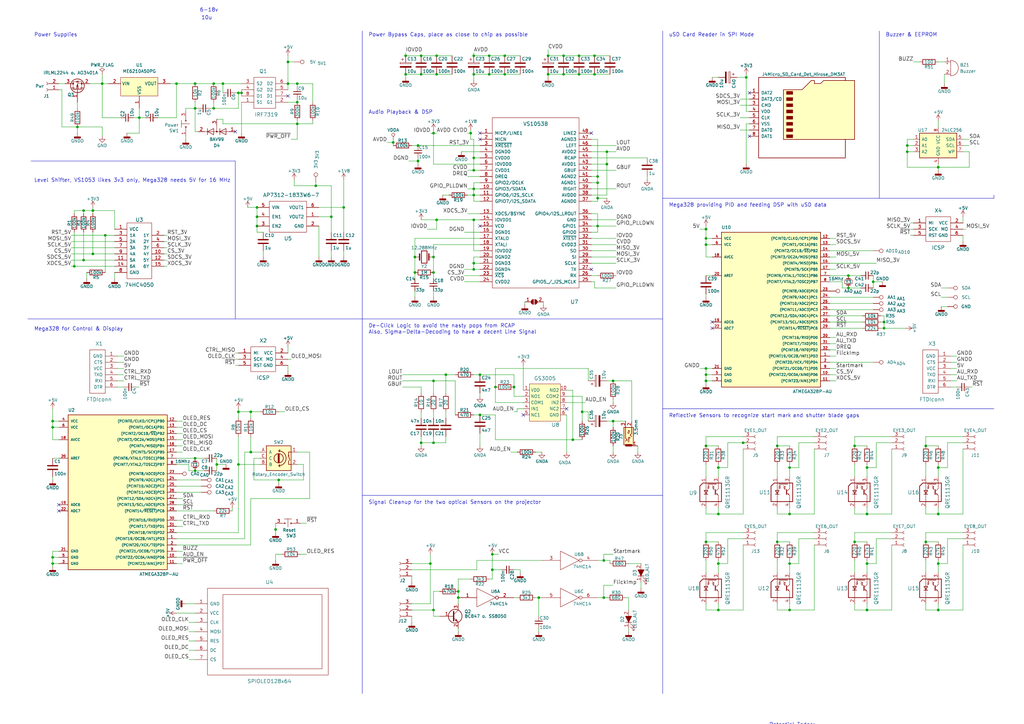
<source format=kicad_sch>
(kicad_sch (version 20231120) (generator "eeschema") (generator_version "8.0")
  (paper "A3")
  (title_block (title "Synkino") (date "2018-03-04") (company "filmkorn.org"))
  (junction (at 87.63 44.45))
  (junction (at 105.41 92.71))
  (junction (at 323.85 191.77))
  (junction (at 245.11 92.71))
  (junction (at 220.98 245.11))
  (junction (at 323.85 210.82))
  (junction (at 177.8 181.61))
  (junction (at 294.64 231.14))
  (junction (at 176.53 231.14))
  (junction (at 247.65 229.87))
  (junction (at 251.46 156.21))
  (junction (at 201.93 227.33))
  (junction (at 172.72 181.61))
  (junction (at 347.98 118.11))
  (junction (at 289.56 100.33))
  (junction (at 323.85 231.14))
  (junction (at 179.07 30.48))
  (junction (at 166.37 30.48))
  (junction (at 172.72 30.48))
  (junction (at 166.37 22.86))
  (junction (at 245.11 74.93))
  (junction (at 102.87 168.91))
  (junction (at 243.84 22.86))
  (junction (at 177.8 250.19))
  (junction (at 80.01 187.96))
  (junction (at 171.45 66.04))
  (junction (at 80.01 193.04))
  (junction (at 294.64 210.82))
  (junction (at 372.11 59.69))
  (junction (at 177.8 54.61))
  (junction (at 306.07 31.75))
  (junction (at 362.585 132.08))
  (junction (at 105.41 85.09))
  (junction (at 114.3 196.85))
  (junction (at 97.79 190.5))
  (junction (at 379.73 182.88))
  (junction (at 194.31 69.85))
  (junction (at 318.77 182.88))
  (junction (at 201.93 233.68))
  (junction (at 21.59 175.26))
  (junction (at 210.82 158.75))
  (junction (at 294.64 250.19))
  (junction (at 21.59 228.6))
  (junction (at 88.9 190.5))
  (junction (at 362.585 134.62))
  (junction (at 194.31 30.48))
  (junction (at 38.1 104.14))
  (junction (at 196.85 153.67))
  (junction (at 194.31 110.49))
  (junction (at 121.92 34.29))
  (junction (at 187.96 245.11))
  (junction (at 170.18 111.76))
  (junction (at 200.66 30.48))
  (junction (at 80.01 44.45))
  (junction (at 372.11 62.23))
  (junction (at 294.64 191.77))
  (junction (at 304.8 181.61))
  (junction (at 207.01 22.86))
  (junction (at 193.04 54.61))
  (junction (at 57.15 48.26))
  (junction (at 161.29 58.42))
  (junction (at 231.14 22.86))
  (junction (at 34.29 86.36))
  (junction (at 384.81 210.82))
  (junction (at 355.6 191.77))
  (junction (at 318.77 222.25))
  (junction (at 289.56 93.98))
  (junction (at 118.11 34.29))
  (junction (at 121.92 41.91))
  (junction (at 31.75 52.07))
  (junction (at 140.97 85.09))
  (junction (at 30.48 109.22))
  (junction (at 248.92 67.31))
  (junction (at 355.6 250.19))
  (junction (at 243.84 30.48))
  (junction (at 350.52 222.25))
  (junction (at 121.92 50.8))
  (junction (at 289.56 97.79))
  (junction (at 245.11 81.28))
  (junction (at 245.11 72.39))
  (junction (at 182.88 153.67))
  (junction (at 194.31 90.17))
  (junction (at 177.8 105.41))
  (junction (at 207.01 30.48))
  (junction (at 34.29 106.68))
  (junction (at 251.46 172.72))
  (junction (at 43.18 96.52))
  (junction (at 177.8 111.76))
  (junction (at 118.11 25.4))
  (junction (at 247.65 245.11))
  (junction (at 187.96 242.57))
  (junction (at 41.91 34.29))
  (junction (at 384.81 68.58))
  (junction (at 102.87 185.42))
  (junction (at 87.63 34.29))
  (junction (at 350.52 182.88))
  (junction (at 289.56 222.25))
  (junction (at 384.81 250.19))
  (junction (at 224.79 30.48))
  (junction (at 203.2 158.75))
  (junction (at 179.07 90.17))
  (junction (at 238.76 168.91))
  (junction (at 194.31 64.77))
  (junction (at 196.85 170.18))
  (junction (at 135.89 88.9))
  (junction (at 237.49 30.48))
  (junction (at 289.56 182.88))
  (junction (at 171.45 59.69))
  (junction (at 200.66 22.86))
  (junction (at 99.06 38.1))
  (junction (at 347.98 113.03))
  (junction (at 21.59 172.72))
  (junction (at 72.39 34.29))
  (junction (at 358.14 115.57))
  (junction (at 355.6 210.82))
  (junction (at 97.79 168.91))
  (junction (at 289.56 156.21))
  (junction (at 194.31 22.86))
  (junction (at 289.56 151.13))
  (junction (at 97.79 38.1))
  (junction (at 194.31 77.47))
  (junction (at 384.81 231.14))
  (junction (at 379.73 222.25))
  (junction (at 179.07 22.86))
  (junction (at 113.03 217.17))
  (junction (at 170.18 105.41))
  (junction (at 172.72 22.86))
  (junction (at 231.14 30.48))
  (junction (at 177.8 156.21))
  (junction (at 234.95 180.34))
  (junction (at 194.31 107.95))
  (junction (at 355.6 231.14))
  (junction (at 194.31 80.01))
  (junction (at 129.54 76.2))
  (junction (at 91.44 34.29))
  (junction (at 224.79 22.86))
  (junction (at 21.59 231.14))
  (junction (at 237.49 22.86))
  (junction (at 323.85 250.19))
  (junction (at 248.92 62.23))
  (junction (at 38.1 86.36))
  (junction (at 105.41 88.9))
  (junction (at 384.81 191.77))
  (junction (at 80.01 34.29))
  (junction (at 289.56 153.67))
  (no_connect (at 242.57 110.49))
  (no_connect (at 214.63 170.18))
  (no_connect (at 307.34 55.88))
  (no_connect (at 196.85 57.15))
  (no_connect (at 242.57 54.61))
  (no_connect (at 292.1 132.08))
  (no_connect (at 96.52 53.975))
  (no_connect (at 118.11 39.37))
  (no_connect (at 307.34 38.1))
  (no_connect (at 196.85 92.71))
  (no_connect (at 292.1 134.62))
  (no_connect (at 24.13 209.55))
  (no_connect (at 196.85 54.61))
  (no_connect (at 24.13 207.01))
  (no_connect (at 232.41 167.64))
  (wire (pts (xy 31.75 41.91) (xy 31.75 44.45)))
  (wire (pts (xy 394.97 96.52) (xy 394.97 99.06)))
  (polyline (pts (xy 271.78 12.7) (xy 271.78 284.48)))
  (wire (pts (xy 72.39 182.88) (xy 74.93 182.88)))
  (wire (pts (xy 135.89 102.87) (xy 135.89 105.41)))
  (wire (pts (xy 224.79 31.75) (xy 224.79 30.48)))
  (wire (pts (xy 43.18 96.52) (xy 46.99 96.52)))
  (wire (pts (xy 289.56 218.44) (xy 304.8 218.44)))
  (wire (pts (xy 177.8 250.19) (xy 177.8 252.73)))
  (wire (pts (xy 88.9 187.96) (xy 88.9 190.5)))
  (wire (pts (xy 350.52 250.19) (xy 355.6 250.19)))
  (wire (pts (xy 100.33 185.42) (xy 102.87 185.42)))
  (wire (pts (xy 87.63 44.45) (xy 97.79 44.45)))
  (wire (pts (xy 140.97 73.66) (xy 140.97 85.09)))
  (wire (pts (xy 294.64 210.82) (xy 304.8 210.82)))
  (wire (pts (xy 29.21 96.52) (xy 43.18 96.52)))
  (wire (pts (xy 72.39 209.55) (xy 87.63 209.55)))
  (wire (pts (xy 323.85 210.82) (xy 334.01 210.82)))
  (wire (pts (xy 384.81 191.77) (xy 384.81 195.58)))
  (wire (pts (xy 175.26 93.98) (xy 179.07 93.98)))
  (wire (pts (xy 294.64 190.5) (xy 294.64 191.77)))
  (wire (pts (xy 177.8 252.73) (xy 180.34 252.73)))
  (wire (pts (xy 99.06 41.91) (xy 99.06 54.61)))
  (wire (pts (xy 190.5 95.25) (xy 196.85 95.25)))
  (wire (pts (xy 124.46 190.5) (xy 121.92 190.5)))
  (wire (pts (xy 120.65 76.2) (xy 129.54 76.2)))
  (wire (pts (xy 243.84 118.11) (xy 252.73 118.11)))
  (wire (pts (xy 323.85 191.77) (xy 323.85 195.58)))
  (wire (pts (xy 323.85 231.14) (xy 323.85 234.95)))
  (wire (pts (xy 386.08 125.73) (xy 388.62 125.73)))
  (wire (pts (xy 355.6 247.65) (xy 355.6 250.19)))
  (wire (pts (xy 231.14 22.86) (xy 237.49 22.86)))
  (wire (pts (xy 251.46 156.21) (xy 259.08 156.21)))
  (wire (pts (xy 172.72 168.91) (xy 172.72 171.45)))
  (wire (pts (xy 24.13 231.14) (xy 21.59 231.14)))
  (wire (pts (xy 289.56 113.03) (xy 292.1 113.03)))
  (wire (pts (xy 318.77 218.44) (xy 334.01 218.44)))
  (wire (pts (xy 82.55 201.93) (xy 72.39 201.93)))
  (wire (pts (xy 165.1 153.67) (xy 182.88 153.67)))
  (wire (pts (xy 190.5 113.03) (xy 196.85 113.03)))
  (wire (pts (xy 72.39 175.26) (xy 74.93 175.26)))
  (wire (pts (xy 248.92 156.21) (xy 251.46 156.21)))
  (wire (pts (xy 106.68 187.96) (xy 104.14 187.96)))
  (wire (pts (xy 57.15 44.45) (xy 57.15 48.26)))
  (wire (pts (xy 238.76 162.56) (xy 238.76 168.91)))
  (wire (pts (xy 362.585 134.62) (xy 371.475 134.62)))
  (wire (pts (xy 251.46 172.72) (xy 256.54 172.72)))
  (wire (pts (xy 97.79 179.07) (xy 97.79 190.5)))
  (wire (pts (xy 394.97 181.61) (xy 388.62 181.61)))
  (wire (pts (xy 21.59 175.26) (xy 21.59 180.34)))
  (wire (pts (xy 172.72 22.86) (xy 179.07 22.86)))
  (wire (pts (xy 34.29 87.63) (xy 34.29 86.36)))
  (wire (pts (xy 38.1 95.25) (xy 38.1 104.14)))
  (wire (pts (xy 358.14 127) (xy 340.36 127)))
  (wire (pts (xy 379.73 218.44) (xy 379.73 222.25)))
  (wire (pts (xy 41.91 30.48) (xy 41.91 34.29)))
  (wire (pts (xy 194.31 77.47) (xy 194.31 80.01)))
  (wire (pts (xy 389.89 158.75) (xy 392.43 158.75)))
  (wire (pts (xy 340.36 151.13) (xy 342.9 151.13)))
  (wire (pts (xy 86.36 44.45) (xy 87.63 44.45)))
  (wire (pts (xy 318.77 229.87) (xy 318.77 234.95)))
  (wire (pts (xy 168.91 59.69) (xy 171.45 59.69)))
  (wire (pts (xy 196.85 170.18) (xy 203.2 170.18)))
  (wire (pts (xy 77.47 270.51) (xy 80.01 270.51)))
  (wire (pts (xy 124.46 196.85) (xy 124.46 190.5)))
  (wire (pts (xy 247.65 227.33) (xy 247.65 229.87)))
  (wire (pts (xy 327.66 220.98) (xy 327.66 231.14)))
  (wire (pts (xy 129.54 76.2) (xy 129.54 74.93)))
  (wire (pts (xy 318.77 222.25) (xy 323.85 222.25)))
  (wire (pts (xy 358.14 102.87) (xy 340.36 102.87)))
  (wire (pts (xy 87.63 34.29) (xy 91.44 34.29)))
  (wire (pts (xy 358.14 115.57) (xy 358.14 118.11)))
  (wire (pts (xy 289.56 179.07) (xy 289.56 182.88)))
  (wire (pts (xy 242.57 64.77) (xy 265.43 64.77)))
  (wire (pts (xy 257.81 231.14) (xy 262.89 231.14)))
  (wire (pts (xy 130.81 88.9) (xy 135.89 88.9)))
  (wire (pts (xy 172.72 181.61) (xy 177.8 181.61)))
  (wire (pts (xy 340.36 132.08) (xy 353.695 132.08)))
  (wire (pts (xy 298.45 231.14) (xy 294.64 231.14)))
  (wire (pts (xy 289.56 153.67) (xy 289.56 156.21)))
  (wire (pts (xy 323.85 250.19) (xy 334.01 250.19)))
  (wire (pts (xy 361.95 115.57) (xy 358.14 115.57)))
  (wire (pts (xy 210.82 153.67) (xy 210.82 158.75)))
  (wire (pts (xy 194.31 90.17) (xy 196.85 90.17)))
  (wire (pts (xy 80.01 44.45) (xy 81.28 44.45)))
  (wire (pts (xy 397.51 158.75) (xy 398.78 158.75)))
  (wire (pts (xy 77.47 255.27) (xy 80.01 255.27)))
  (wire (pts (xy 36.83 34.29) (xy 41.91 34.29)))
  (wire (pts (xy 323.85 247.65) (xy 323.85 250.19)))
  (wire (pts (xy 238.76 168.91) (xy 241.3 168.91)))
  (wire (pts (xy 88.9 48.895) (xy 91.44 48.895)))
  (wire (pts (xy 191.77 80.01) (xy 194.31 80.01)))
  (wire (pts (xy 397.51 68.58) (xy 397.51 62.23)))
  (wire (pts (xy 210.82 245.11) (xy 212.09 245.11)))
  (wire (pts (xy 379.73 218.44) (xy 394.97 218.44)))
  (wire (pts (xy 289.56 229.87) (xy 289.56 234.95)))
  (wire (pts (xy 179.07 90.17) (xy 194.31 90.17)))
  (wire (pts (xy 294.64 250.19) (xy 304.8 250.19)))
  (wire (pts (xy 24.13 228.6) (xy 21.59 228.6)))
  (wire (pts (xy 24.13 36.83) (xy 25.4 36.83)))
  (wire (pts (xy 245.11 81.28) (xy 245.11 82.55)))
  (wire (pts (xy 72.39 215.9) (xy 74.93 215.9)))
  (wire (pts (xy 251.46 182.88) (xy 251.46 185.42)))
  (wire (pts (xy 72.39 34.29) (xy 72.39 48.26)))
  (wire (pts (xy 121.92 50.8) (xy 128.27 50.8)))
  (wire (pts (xy 182.88 181.61) (xy 182.88 179.07)))
  (wire (pts (xy 172.72 158.75) (xy 165.1 158.75)))
  (wire (pts (xy 80.01 53.975) (xy 81.28 53.975)))
  (wire (pts (xy 245.11 92.71) (xy 252.73 92.71)))
  (wire (pts (xy 21.59 187.96) (xy 24.13 187.96)))
  (wire (pts (xy 247.65 245.11) (xy 248.92 245.11)))
  (wire (pts (xy 123.19 214.63) (xy 125.73 214.63)))
  (wire (pts (xy 114.3 168.91) (xy 116.84 168.91)))
  (wire (pts (xy 340.36 100.33) (xy 342.9 100.33)))
  (wire (pts (xy 179.07 22.86) (xy 185.42 22.86)))
  (wire (pts (xy 194.31 21.59) (xy 194.31 22.86)))
  (wire (pts (xy 386.08 121.92) (xy 388.62 121.92)))
  (wire (pts (xy 196.85 107.95) (xy 194.31 107.95)))
  (wire (pts (xy 389.89 151.13) (xy 392.43 151.13)))
  (wire (pts (xy 252.73 97.79) (xy 242.57 97.79)))
  (wire (pts (xy 76.2 44.45) (xy 76.2 45.72)))
  (wire (pts (xy 100.33 185.42) (xy 100.33 220.98)))
  (wire (pts (xy 327.66 181.61) (xy 327.66 191.77)))
  (wire (pts (xy 176.53 247.65) (xy 168.91 247.65)))
  (wire (pts (xy 168.91 252.73) (xy 168.91 255.27)))
  (wire (pts (xy 248.92 62.23) (xy 248.92 67.31)))
  (wire (pts (xy 237.49 22.86) (xy 243.84 22.86)))
  (wire (pts (xy 389.89 146.05) (xy 392.43 146.05)))
  (wire (pts (xy 373.38 93.98) (xy 374.65 93.98)))
  (wire (pts (xy 340.36 129.54) (xy 353.695 129.54)))
  (wire (pts (xy 247.65 229.87) (xy 250.19 229.87)))
  (wire (pts (xy 359.41 181.61) (xy 359.41 191.77)))
  (wire (pts (xy 209.55 185.42) (xy 212.09 185.42)))
  (wire (pts (xy 191.77 69.85) (xy 194.31 69.85)))
  (wire (pts (xy 207.01 22.86) (xy 213.36 22.86)))
  (wire (pts (xy 72.39 231.14) (xy 74.93 231.14)))
  (wire (pts (xy 168.91 231.14) (xy 176.53 231.14)))
  (wire (pts (xy 34.29 86.36) (xy 38.1 86.36)))
  (wire (pts (xy 355.6 208.28) (xy 355.6 210.82)))
  (wire (pts (xy 384.81 250.19) (xy 394.97 250.19)))
  (wire (pts (xy 323.85 190.5) (xy 323.85 191.77)))
  (wire (pts (xy 21.59 175.26) (xy 24.13 175.26)))
  (wire (pts (xy 245.11 87.63) (xy 245.11 92.71)))
  (wire (pts (xy 114.3 196.85) (xy 124.46 196.85)))
  (wire (pts (xy 303.53 53.34) (xy 307.34 53.34)))
  (polyline (pts (xy 271.78 167.64) (xy 407.67 167.64)))
  (wire (pts (xy 210.82 233.68) (xy 213.36 233.68)))
  (wire (pts (xy 358.14 121.92) (xy 340.36 121.92)))
  (wire (pts (xy 394.97 88.9) (xy 394.97 91.44)))
  (wire (pts (xy 350.52 247.65) (xy 350.52 250.19)))
  (wire (pts (xy 242.57 72.39) (xy 245.11 72.39)))
  (wire (pts (xy 107.95 102.87) (xy 107.95 105.41)))
  (wire (pts (xy 121.92 35.56) (xy 121.92 34.29)))
  (wire (pts (xy 182.88 168.91) (xy 182.88 171.45)))
  (wire (pts (xy 121.92 50.8) (xy 121.92 57.15)))
  (wire (pts (xy 97.79 167.64) (xy 97.79 168.91)))
  (wire (pts (xy 362.585 129.54) (xy 362.585 132.08)))
  (wire (pts (xy 245.11 95.25) (xy 242.57 95.25)))
  (wire (pts (xy 130.81 92.71) (xy 130.81 105.41)))
  (wire (pts (xy 196.85 62.23) (xy 189.23 62.23)))
  (wire (pts (xy 243.84 30.48) (xy 250.19 30.48)))
  (wire (pts (xy 245.11 72.39) (xy 245.11 74.93)))
  (wire (pts (xy 257.81 245.11) (xy 257.81 250.19)))
  (wire (pts (xy 194.31 74.93) (xy 194.31 77.47)))
  (wire (pts (xy 123.19 227.33) (xy 125.73 227.33)))
  (wire (pts (xy 387.35 30.48) (xy 387.35 34.29)))
  (wire (pts (xy 289.56 208.28) (xy 289.56 210.82)))
  (wire (pts (xy 359.41 220.98) (xy 359.41 231.14)))
  (wire (pts (xy 195.58 229.87) (xy 222.25 229.87)))
  (wire (pts (xy 72.39 204.47) (xy 74.93 204.47)))
  (wire (pts (xy 30.48 95.25) (xy 30.48 109.22)))
  (wire (pts (xy 210.82 168.91) (xy 212.09 168.91)))
  (wire (pts (xy 57.15 54.61) (xy 52.07 54.61)))
  (wire (pts (xy 187.96 257.81) (xy 187.96 259.08)))
  (wire (pts (xy 194.31 80.01) (xy 194.31 82.55)))
  (polyline (pts (xy 407.67 81.28) (xy 407.67 80.01)))
  (wire (pts (xy 67.31 106.68) (xy 68.58 106.68)))
  (wire (pts (xy 48.26 148.59) (xy 50.8 148.59)))
  (wire (pts (xy 118.11 41.91) (xy 121.92 41.91)))
  (wire (pts (xy 247.65 240.03) (xy 247.65 245.11)))
  (wire (pts (xy 241.3 168.91) (xy 241.3 172.72)))
  (wire (pts (xy 196.85 100.33) (xy 177.8 100.33)))
  (wire (pts (xy 242.57 87.63) (xy 245.11 87.63)))
  (wire (pts (xy 106.68 190.5) (xy 97.79 190.5)))
  (wire (pts (xy 384.81 208.28) (xy 384.81 210.82)))
  (wire (pts (xy 193.04 54.61) (xy 193.04 57.15)))
  (wire (pts (xy 289.56 210.82) (xy 294.64 210.82)))
  (wire (pts (xy 224.79 22.86) (xy 231.14 22.86)))
  (wire (pts (xy 57.15 48.26) (xy 57.15 54.61)))
  (wire (pts (xy 67.31 99.06) (xy 68.58 99.06)))
  (wire (pts (xy 41.91 52.07) (xy 41.91 55.88)))
  (wire (pts (xy 219.71 245.11) (xy 220.98 245.11)))
  (wire (pts (xy 340.36 146.05) (xy 342.9 146.05)))
  (wire (pts (xy 355.6 250.19) (xy 365.76 250.19)))
  (wire (pts (xy 355.6 231.14) (xy 355.6 234.95)))
  (wire (pts (xy 77.47 190.5) (xy 72.39 190.5)))
  (wire (pts (xy 55.88 158.75) (xy 57.15 158.75)))
  (wire (pts (xy 261.62 182.88) (xy 261.62 185.42)))
  (wire (pts (xy 289.56 120.65) (xy 289.56 121.92)))
  (wire (pts (xy 171.45 66.04) (xy 171.45 67.31)))
  (wire (pts (xy 318.77 179.07) (xy 334.01 179.07)))
  (wire (pts (xy 340.36 138.43) (xy 342.9 138.43)))
  (wire (pts (xy 166.37 31.75) (xy 166.37 30.48)))
  (wire (pts (xy 194.31 102.87) (xy 194.31 90.17)))
  (wire (pts (xy 361.315 134.62) (xy 362.585 134.62)))
  (wire (pts (xy 200.66 30.48) (xy 207.01 30.48)))
  (wire (pts (xy 105.41 92.71) (xy 105.41 95.25)))
  (wire (pts (xy 389.89 156.21) (xy 392.43 156.21)))
  (wire (pts (xy 243.84 22.86) (xy 250.19 22.86)))
  (wire (pts (xy 243.84 115.57) (xy 243.84 118.11)))
  (wire (pts (xy 384.81 68.58) (xy 384.81 69.85)))
  (wire (pts (xy 222.885 123.825) (xy 222.885 125.095)))
  (wire (pts (xy 358.14 124.46) (xy 340.36 124.46)))
  (wire (pts (xy 350.52 208.28) (xy 350.52 210.82)))
  (wire (pts (xy 306.07 50.8) (xy 306.07 67.31)))
  (wire (pts (xy 127 204.47) (xy 127 185.42)))
  (wire (pts (xy 96.52 38.1) (xy 97.79 38.1)))
  (wire (pts (xy 259.08 156.21) (xy 259.08 172.72)))
  (wire (pts (xy 104.14 187.96) (xy 104.14 196.85)))
  (wire (pts (xy 166.37 30.48) (xy 172.72 30.48)))
  (wire (pts (xy 101.6 85.09) (xy 105.41 85.09)))
  (wire (pts (xy 359.41 231.14) (xy 355.6 231.14)))
  (wire (pts (xy 289.56 92.71) (xy 289.56 93.98)))
  (wire (pts (xy 292.1 156.21) (xy 289.56 156.21)))
  (wire (pts (xy 318.77 208.28) (xy 318.77 210.82)))
  (wire (pts (xy 289.56 97.79) (xy 289.56 100.33)))
  (wire (pts (xy 100.33 220.98) (xy 72.39 220.98)))
  (wire (pts (xy 384.81 190.5) (xy 384.81 191.77)))
  (wire (pts (xy 72.39 172.72) (xy 74.93 172.72)))
  (wire (pts (xy 77.47 262.89) (xy 80.01 262.89)))
  (wire (pts (xy 80.01 41.91) (xy 80.01 44.45)))
  (wire (pts (xy 88.9 190.5) (xy 88.9 193.04)))
  (polyline (pts (xy 148.59 12.7) (xy 148.59 284.48)))
  (wire (pts (xy 179.07 30.48) (xy 185.42 30.48)))
  (wire (pts (xy 394.97 210.82) (xy 394.97 184.15)))
  (polyline (pts (xy 12.7 66.04) (xy 96.52 66.04)))
  (wire (pts (xy 224.79 20.32) (xy 224.79 22.86)))
  (wire (pts (xy 372.11 57.15) (xy 374.65 57.15)))
  (wire (pts (xy 187.96 245.11) (xy 187.96 247.65)))
  (wire (pts (xy 347.98 118.11) (xy 353.06 118.11)))
  (wire (pts (xy 113.03 229.87) (xy 113.03 227.33)))
  (wire (pts (xy 102.87 168.91) (xy 106.68 168.91)))
  (wire (pts (xy 194.31 110.49) (xy 196.85 110.49)))
  (wire (pts (xy 289.56 93.98) (xy 289.56 97.79)))
  (wire (pts (xy 340.36 134.62) (xy 353.695 134.62)))
  (wire (pts (xy 194.31 153.67) (xy 196.85 153.67)))
  (wire (pts (xy 362.585 132.08) (xy 362.585 134.62)))
  (wire (pts (xy 384.81 68.58) (xy 397.51 68.58)))
  (wire (pts (xy 194.31 77.47) (xy 196.85 77.47)))
  (wire (pts (xy 97.79 218.44) (xy 72.39 218.44)))
  (wire (pts (xy 373.38 91.44) (xy 374.65 91.44)))
  (wire (pts (xy 105.41 88.9) (xy 105.41 92.71)))
  (wire (pts (xy 77.47 193.04) (xy 80.01 193.04)))
  (wire (pts (xy 177.8 105.41) (xy 177.8 111.76)))
  (wire (pts (xy 72.39 251.46) (xy 80.01 251.46)))
  (wire (pts (xy 388.62 231.14) (xy 384.81 231.14)))
  (wire (pts (xy 384.81 247.65) (xy 384.81 250.19)))
  (wire (pts (xy 67.31 104.14) (xy 68.58 104.14)))
  (wire (pts (xy 129.54 76.2) (xy 135.89 76.2)))
  (wire (pts (xy 373.38 96.52) (xy 374.65 96.52)))
  (wire (pts (xy 130.81 85.09) (xy 140.97 85.09)))
  (wire (pts (xy 91.44 34.29) (xy 91.44 38.1)))
  (wire (pts (xy 340.36 153.67) (xy 342.9 153.67)))
  (wire (pts (xy 195.58 233.68) (xy 195.58 229.87)))
  (wire (pts (xy 72.39 187.96) (xy 80.01 187.96)))
  (wire (pts (xy 220.98 245.11) (xy 222.25 245.11)))
  (wire (pts (xy 355.6 229.87) (xy 355.6 231.14)))
  (wire (pts (xy 303.53 43.18) (xy 307.34 43.18)))
  (wire (pts (xy 21.59 167.64) (xy 21.59 172.72)))
  (wire (pts (xy 105.41 95.25) (xy 107.95 95.25)))
  (wire (pts (xy 384.81 25.4) (xy 387.35 25.4)))
  (wire (pts (xy 242.57 113.03) (xy 245.11 113.03)))
  (wire (pts (xy 194.31 170.18) (xy 196.85 170.18)))
  (wire (pts (xy 303.53 48.26) (xy 307.34 48.26)))
  (wire (pts (xy 168.91 250.19) (xy 177.8 250.19)))
  (wire (pts (xy 379.73 179.07) (xy 379.73 182.88)))
  (wire (pts (xy 334.01 181.61) (xy 327.66 181.61)))
  (wire (pts (xy 374.65 59.69) (xy 372.11 59.69)))
  (wire (pts (xy 219.71 185.42) (xy 222.25 185.42)))
  (wire (pts (xy 323.85 208.28) (xy 323.85 210.82)))
  (wire (pts (xy 384.81 49.53) (xy 384.81 52.07)))
  (wire (pts (xy 46.99 111.76) (xy 46.99 114.3)))
  (wire (pts (xy 201.93 233.68) (xy 201.93 237.49)))
  (wire (pts (xy 48.26 151.13) (xy 50.8 151.13)))
  (wire (pts (xy 379.73 210.82) (xy 384.81 210.82)))
  (wire (pts (xy 168.91 233.68) (xy 195.58 233.68)))
  (wire (pts (xy 102.87 223.52) (xy 102.87 204.47)))
  (wire (pts (xy 67.31 96.52) (xy 68.58 96.52)))
  (wire (pts (xy 350.52 210.82) (xy 355.6 210.82)))
  (wire (pts (xy 97.79 38.1) (xy 99.06 38.1)))
  (wire (pts (xy 177.8 168.91) (xy 177.8 171.45)))
  (wire (pts (xy 372.11 62.23) (xy 372.11 59.69)))
  (wire (pts (xy 386.08 118.11) (xy 388.62 118.11)))
  (wire (pts (xy 342.9 105.41) (xy 340.36 105.41)))
  (wire (pts (xy 289.56 222.25) (xy 294.64 222.25)))
  (wire (pts (xy 72.39 185.42) (xy 74.93 185.42)))
  (wire (pts (xy 379.73 182.88) (xy 384.81 182.88)))
  (wire (pts (xy 207.01 30.48) (xy 213.36 30.48)))
  (wire (pts (xy 102.87 171.45) (xy 102.87 168.91)))
  (wire (pts (xy 303.53 40.64) (xy 307.34 40.64)))
  (wire (pts (xy 345.44 118.11) (xy 345.44 115.57)))
  (wire (pts (xy 118.11 149.86) (xy 118.11 152.4)))
  (wire (pts (xy 72.39 207.01) (xy 74.93 207.01)))
  (wire (pts (xy 251.46 172.72) (xy 251.46 175.26)))
  (wire (pts (xy 294.64 247.65) (xy 294.64 250.19)))
  (wire (pts (xy 172.72 30.48) (xy 179.07 30.48)))
  (wire (pts (xy 379.73 247.65) (xy 379.73 250.19)))
  (wire (pts (xy 177.8 54.61) (xy 179.07 54.61)))
  (wire (pts (xy 46.99 86.36) (xy 46.99 93.98)))
  (wire (pts (xy 102.87 179.07) (xy 102.87 185.42)))
  (wire (pts (xy 298.45 220.98) (xy 298.45 231.14)))
  (wire (pts (xy 21.59 226.06) (xy 21.59 228.6)))
  (polyline (pts (xy 11.43 130.81) (xy 271.78 130.81)))
  (wire (pts (xy 167.64 66.04) (xy 171.45 66.04)))
  (wire (pts (xy 38.1 86.36) (xy 38.1 87.63)))
  (wire (pts (xy 289.56 182.88) (xy 294.64 182.88)))
  (wire (pts (xy 304.8 181.61) (xy 298.45 181.61)))
  (wire (pts (xy 323.85 229.87) (xy 323.85 231.14)))
  (polyline (pts (xy 271.78 81.28) (xy 407.67 81.28)))
  (wire (pts (xy 41.91 34.29) (xy 44.45 34.29)))
  (wire (pts (xy 203.2 151.13) (xy 241.3 151.13)))
  (wire (pts (xy 289.56 250.19) (xy 294.64 250.19)))
  (wire (pts (xy 72.39 213.36) (xy 74.93 213.36)))
  (wire (pts (xy 182.88 153.67) (xy 182.88 161.29)))
  (wire (pts (xy 91.44 34.29) (xy 99.06 34.29)))
  (wire (pts (xy 294.64 229.87) (xy 294.64 231.14)))
  (wire (pts (xy 120.65 25.4) (xy 118.11 25.4)))
  (wire (pts (xy 196.85 153.67) (xy 210.82 153.67)))
  (wire (pts (xy 80.01 44.45) (xy 80.01 53.975)))
  (wire (pts (xy 379.73 179.07) (xy 394.97 179.07)))
  (wire (pts (xy 306.07 45.72) (xy 307.34 45.72)))
  (wire (pts (xy 394.97 250.19) (xy 394.97 223.52)))
  (wire (pts (xy 289.56 179.07) (xy 304.8 179.07)))
  (wire (pts (xy 191.77 87.63) (xy 196.85 87.63)))
  (wire (pts (xy 113.03 218.44) (xy 113.03 217.17)))
  (polyline (pts (xy 360.68 12.7) (xy 360.68 81.28)))
  (wire (pts (xy 350.52 222.25) (xy 355.6 222.25)))
  (wire (pts (xy 99.06 36.83) (xy 99.06 38.1)))
  (wire (pts (xy 196.85 102.87) (xy 194.31 102.87)))
  (wire (pts (xy 118.11 34.29) (xy 121.92 34.29)))
  (wire (pts (xy 234.95 160.02) (xy 232.41 160.02)))
  (wire (pts (xy 201.93 237.49) (xy 200.66 237.49)))
  (wire (pts (xy 334.01 250.19) (xy 334.01 223.52)))
  (wire (pts (xy 121.92 57.15) (xy 119.38 57.15)))
  (wire (pts (xy 350.52 190.5) (xy 350.52 195.58)))
  (wire (pts (xy 21.59 172.72) (xy 21.59 175.26)))
  (wire (pts (xy 191.77 72.39) (xy 196.85 72.39)))
  (wire (pts (xy 298.45 191.77) (xy 294.64 191.77)))
  (wire (pts (xy 140.97 85.09) (xy 140.97 95.25)))
  (wire (pts (xy 91.44 48.895) (xy 91.44 50.8)))
  (wire (pts (xy 104.14 196.85) (xy 114.3 196.85)))
  (wire (pts (xy 177.8 181.61) (xy 182.88 181.61)))
  (wire (pts (xy 250.19 229.87) (xy 250.19 231.14)))
  (wire (pts (xy 77.47 266.7) (xy 80.01 266.7)))
  (wire (pts (xy 289.56 151.13) (xy 292.1 151.13)))
  (wire (pts (xy 177.8 53.34) (xy 177.8 54.61)))
  (wire (pts (xy 118.11 22.86) (xy 118.11 25.4)))
  (wire (pts (xy 48.26 158.75) (xy 50.8 158.75)))
  (wire (pts (xy 120.65 73.66) (xy 120.65 76.2)))
  (wire (pts (xy 345.44 115.57) (xy 340.36 115.57)))
  (wire (pts (xy 318.77 182.88) (xy 323.85 182.88)))
  (wire (pts (xy 212.09 168.91) (xy 212.09 167.64)))
  (wire (pts (xy 355.6 190.5) (xy 355.6 191.77)))
  (wire (pts (xy 118.11 34.29) (xy 118.11 36.83)))
  (wire (pts (xy 91.44 50.8) (xy 121.92 50.8)))
  (wire (pts (xy 48.26 153.67) (xy 50.8 153.67)))
  (wire (pts (xy 248.92 67.31) (xy 242.57 67.31)))
  (wire (pts (xy 388.62 191.77) (xy 384.81 191.77)))
  (wire (pts (xy 242.57 100.33) (xy 252.73 100.33)))
  (wire (pts (xy 186.69 156.21) (xy 186.69 170.18)))
  (wire (pts (xy 242.57 105.41) (xy 252.73 105.41)))
  (wire (pts (xy 318.77 218.44) (xy 318.77 222.25)))
  (wire (pts (xy 30.48 109.22) (xy 46.99 109.22)))
  (wire (pts (xy 194.31 64.77) (xy 194.31 69.85)))
  (wire (pts (xy 245.11 82.55) (xy 242.57 82.55)))
  (wire (pts (xy 347.98 113.03) (xy 353.06 113.03)))
  (wire (pts (xy 24.13 226.06) (xy 21.59 226.06)))
  (wire (pts (xy 171.45 59.69) (xy 196.85 59.69)))
  (wire (pts (xy 203.2 170.18) (xy 203.2 180.34)))
  (wire (pts (xy 358.14 113.03) (xy 358.14 115.57)))
  (wire (pts (xy 118.11 142.24) (xy 118.11 144.78)))
  (wire (pts (xy 190.5 115.57) (xy 196.85 115.57)))
  (wire (pts (xy 76.2 247.65) (xy 80.01 247.65)))
  (wire (pts (xy 304.8 250.19) (xy 304.8 223.52)))
  (wire (pts (xy 289.56 100.33) (xy 289.56 105.41)))
  (wire (pts (xy 203.2 180.34) (xy 234.95 180.34)))
  (wire (pts (xy 177.8 119.38) (xy 177.8 121.92)))
  (wire (pts (xy 289.56 100.33) (xy 292.1 100.33)))
  (wire (pts (xy 379.73 208.28) (xy 379.73 210.82)))
  (wire (pts (xy 245.11 92.71) (xy 245.11 95.25)))
  (wire (pts (xy 97.79 190.5) (xy 97.79 218.44)))
  (wire (pts (xy 394.97 220.98) (xy 388.62 220.98)))
  (wire (pts (xy 113.03 227.33) (xy 115.57 227.33)))
  (wire (pts (xy 21.59 195.58) (xy 21.59 196.85)))
  (wire (pts (xy 248.92 80.01) (xy 242.57 80.01)))
  (wire (pts (xy 262.89 238.76) (xy 262.89 241.3)))
  (wire (pts (xy 379.73 250.19) (xy 384.81 250.19)))
  (wire (pts (xy 232.41 170.18) (xy 232.41 185.42)))
  (wire (pts (xy 289.56 151.13) (xy 289.56 153.67)))
  (wire (pts (xy 200.66 22.86) (xy 207.01 22.86)))
  (wire (pts (xy 342.9 97.79) (xy 340.36 97.79)))
  (wire (pts (xy 135.89 88.9) (xy 135.89 95.25)))
  (wire (pts (xy 196.85 64.77) (xy 194.31 64.77)))
  (wire (pts (xy 121.92 34.29) (xy 128.27 34.29)))
  (wire (pts (xy 128.27 50.8) (xy 128.27 49.53)))
  (wire (pts (xy 170.18 97.79) (xy 170.18 105.41)))
  (wire (pts (xy 234.95 160.02) (xy 234.95 180.34)))
  (wire (pts (xy 194.31 22.86) (xy 200.66 22.86)))
  (wire (pts (xy 30.48 86.36) (xy 34.29 86.36)))
  (wire (pts (xy 359.41 191.77) (xy 355.6 191.77)))
  (wire (pts (xy 57.15 48.26) (xy 59.69 48.26)))
  (wire (pts (xy 190.5 110.49) (xy 194.31 110.49)))
  (wire (pts (xy 372.11 68.58) (xy 384.81 68.58)))
  (wire (pts (xy 194.31 69.85) (xy 196.85 69.85)))
  (wire (pts (xy 389.89 153.67) (xy 392.43 153.67)))
  (wire (pts (xy 67.31 109.22) (xy 68.58 109.22)))
  (wire (pts (xy 187.96 237.49) (xy 187.96 242.57)))
  (wire (pts (xy 181.61 80.01) (xy 184.15 80.01)))
  (wire (pts (xy 242.57 107.95) (xy 252.73 107.95)))
  (wire (pts (xy 177.8 156.21) (xy 177.8 161.29)))
  (wire (pts (xy 388.62 220.98) (xy 388.62 231.14)))
  (wire (pts (xy 241.3 151.13) (xy 241.3 156.21)))
  (wire (pts (xy 318.77 190.5) (xy 318.77 195.58)))
  (wire (pts (xy 384.81 229.87) (xy 384.81 231.14)))
  (wire (pts (xy 379.73 229.87) (xy 379.73 234.95)))
  (wire (pts (xy 176.53 231.14) (xy 176.53 247.65)))
  (wire (pts (xy 21.59 180.34) (xy 24.13 180.34)))
  (wire (pts (xy 127 185.42) (xy 121.92 185.42)))
  (wire (pts (xy 194.31 30.48) (xy 194.31 33.02)))
  (wire (pts (xy 171.45 64.77) (xy 171.45 66.04)))
  (wire (pts (xy 72.39 228.6) (xy 74.93 228.6)))
  (wire (pts (xy 194.31 30.48) (xy 200.66 30.48)))
  (wire (pts (xy 372.11 68.58) (xy 372.11 62.23)))
  (wire (pts (xy 340.36 110.49) (xy 342.9 110.49)))
  (wire (pts (xy 384.81 231.14) (xy 384.81 234.95)))
  (wire (pts (xy 242.57 69.85) (xy 252.73 69.85)))
  (wire (pts (xy 318.77 210.82) (xy 323.85 210.82)))
  (wire (pts (xy 72.39 34.29) (xy 80.01 34.29)))
  (wire (pts (xy 384.81 210.82) (xy 394.97 210.82)))
  (wire (pts (xy 170.18 111.76) (xy 170.18 114.3)))
  (wire (pts (xy 194.31 57.15) (xy 194.31 64.77)))
  (wire (pts (xy 210.82 158.75) (xy 210.82 162.56)))
  (wire (pts (xy 379.73 222.25) (xy 384.81 222.25)))
  (wire (pts (xy 38.1 86.36) (xy 46.99 86.36)))
  (wire (pts (xy 21.59 231.14) (xy 21.59 232.41)))
  (wire (pts (xy 35.56 114.3) (xy 35.56 111.76)))
  (wire (pts (xy 172.72 158.75) (xy 172.72 161.29)))
  (wire (pts (xy 345.44 118.11) (xy 347.98 118.11)))
  (wire (pts (xy 289.56 218.44) (xy 289.56 222.25)))
  (wire (pts (xy 96.52 149.86) (xy 97.79 149.86)))
  (wire (pts (xy 242.57 77.47) (xy 252.73 77.47)))
  (wire (pts (xy 394.97 59.69) (xy 397.51 59.69)))
  (wire (pts (xy 289.56 105.41) (xy 292.1 105.41)))
  (wire (pts (xy 350.52 218.44) (xy 365.76 218.44)))
  (wire (pts (xy 327.66 191.77) (xy 323.85 191.77)))
  (wire (pts (xy 194.31 105.41) (xy 194.31 107.95)))
  (wire (pts (xy 97.79 168.91) (xy 102.87 168.91)))
  (wire (pts (xy 177.8 242.57) (xy 177.8 250.19)))
  (wire (pts (xy 82.55 196.85) (xy 72.39 196.85)))
  (wire (pts (xy 97.79 168.91) (xy 97.79 171.45)))
  (wire (pts (xy 289.56 247.65) (xy 289.56 250.19)))
  (wire (pts (xy 350.52 179.07) (xy 350.52 182.88)))
  (wire (pts (xy 245.11 74.93) (xy 242.57 74.93)))
  (wire (pts (xy 292.1 153.67) (xy 289.56 153.67)))
  (wire (pts (xy 194.31 82.55) (xy 196.85 82.55)))
  (wire (pts (xy 256.54 245.11) (xy 257.81 245.11)))
  (wire (pts (xy 294.64 208.28) (xy 294.64 210.82)))
  (wire (pts (xy 177.8 67.31) (xy 196.85 67.31)))
  (wire (pts (xy 220.98 257.81) (xy 220.98 259.08)))
  (wire (pts (xy 242.57 62.23) (xy 248.92 62.23)))
  (wire (pts (xy 30.48 87.63) (xy 30.48 86.36)))
  (wire (pts (xy 194.31 107.95) (xy 194.31 110.49)))
  (wire (pts (xy 193.04 57.15) (xy 194.31 57.15)))
  (wire (pts (xy 318.77 179.07) (xy 318.77 182.88)))
  (wire (pts (xy 161.29 57.15) (xy 161.29 58.42)))
  (wire (pts (xy 135.89 76.2) (xy 135.89 88.9)))
  (wire (pts (xy 389.89 148.59) (xy 392.43 148.59)))
  (wire (pts (xy 350.52 179.07) (xy 365.76 179.07)))
  (wire (pts (xy 248.92 172.72) (xy 251.46 172.72)))
  (wire (pts (xy 245.11 229.87) (xy 247.65 229.87)))
  (wire (pts (xy 54.61 48.26) (xy 57.15 48.26)))
  (wire (pts (xy 69.85 34.29) (xy 72.39 34.29)))
  (wire (pts (xy 177.8 181.61) (xy 177.8 179.07)))
  (wire (pts (xy 92.71 190.5) (xy 88.9 190.5)))
  (wire (pts (xy 245.11 74.93) (xy 245.11 81.28)))
  (wire (pts (xy 48.26 156.21) (xy 50.8 156.21)))
  (wire (pts (xy 287.02 93.98) (xy 289.56 93.98)))
  (wire (pts (xy 82.55 199.39) (xy 72.39 199.39)))
  (wire (pts (xy 24.13 34.29) (xy 26.67 34.29)))
  (wire (pts (xy 177.8 111.76) (xy 177.8 114.3)))
  (wire (pts (xy 365.76 220.98) (xy 359.41 220.98)))
  (wire (pts (xy 374.65 62.23) (xy 372.11 62.23)))
  (wire (pts (xy 318.77 250.19) (xy 323.85 250.19)))
  (wire (pts (xy 214.63 149.86) (xy 214.63 160.02)))
  (wire (pts (xy 105.41 85.09) (xy 105.41 88.9)))
  (wire (pts (xy 176.53 227.33) (xy 176.53 231.14)))
  (wire (pts (xy 118.11 147.32) (xy 119.38 147.32)))
  (wire (pts (xy 196.85 161.29) (xy 196.85 162.56)))
  (wire (pts (xy 212.09 167.64) (xy 214.63 167.64)))
  (wire (pts (xy 77.47 193.04) (xy 77.47 190.5)))
  (wire (pts (xy 128.27 34.29) (xy 128.27 41.91)))
  (wire (pts (xy 350.52 182.88) (xy 355.6 182.88)))
  (wire (pts (xy 196.85 74.93) (xy 194.31 74.93)))
  (wire (pts (xy 350.52 229.87) (xy 350.52 234.95)))
  (wire (pts (xy 72.39 180.34) (xy 74.93 180.34)))
  (wire (pts (xy 196.85 177.8) (xy 196.85 182.88)))
  (wire (pts (xy 355.6 210.82) (xy 365.76 210.82)))
  (wire (pts (xy 289.56 156.21) (xy 289.56 157.48)))
  (wire (pts (xy 25.4 52.07) (xy 31.75 52.07)))
  (wire (pts (xy 248.92 62.23) (xy 252.73 62.23)))
  (wire (pts (xy 193.04 53.34) (xy 193.04 54.61)))
  (wire (pts (xy 67.31 101.6) (xy 68.58 101.6)))
  (wire (pts (xy 201.93 227.33) (xy 201.93 233.68)))
  (wire (pts (xy 287.02 151.13) (xy 289.56 151.13)))
  (polyline (pts (xy 96.52 66.04) (xy 96.52 130.81)))
  (wire (pts (xy 238.76 172.72) (xy 238.76 168.91)))
  (wire (pts (xy 43.18 111.76) (xy 43.18 96.52)))
  (wire (pts (xy 41.91 48.26) (xy 49.53 48.26)))
  (wire (pts (xy 76.2 44.45) (xy 80.01 44.45)))
  (wire (pts (xy 77.47 259.08) (xy 80.01 259.08)))
  (wire (pts (xy 176.53 54.61) (xy 177.8 54.61)))
  (wire (pts (xy 234.95 180.34) (xy 238.76 180.34)))
  (wire (pts (xy 161.29 58.42) (xy 161.29 59.69)))
  (wire (pts (xy 248.92 81.28) (xy 245.11 81.28)))
  (wire (pts (xy 318.77 247.65) (xy 318.77 250.19)))
  (wire (pts (xy 172.72 90.17) (xy 179.07 90.17)))
  (wire (pts (xy 177.8 156.21) (xy 186.69 156.21)))
  (wire (pts (xy 365.76 250.19) (xy 365.76 223.52)))
  (wire (pts (xy 365.76 210.82) (xy 365.76 184.15)))
  (wire (pts (xy 118.11 25.4) (xy 118.11 34.29)))
  (wire (pts (xy 80.01 34.29) (xy 87.63 34.29)))
  (wire (pts (xy 29.21 104.14) (xy 38.1 104.14)))
  (wire (pts (xy 166.37 21.59) (xy 166.37 22.86)))
  (wire (pts (xy 224.79 30.48) (xy 231.14 30.48)))
  (wire (pts (xy 196.85 97.79) (xy 170.18 97.79)))
  (wire (pts (xy 170.18 105.41) (xy 170.18 111.76)))
  (wire (pts (xy 384.81 67.31) (xy 384.81 68.58)))
  (wire (pts (xy 113.03 217.17) (xy 113.03 214.63)))
  (wire (pts (xy 327.66 231.14) (xy 323.85 231.14)))
  (wire (pts (xy 38.1 104.14) (xy 46.99 104.14)))
  (wire (pts (xy 340.36 113.03) (xy 347.98 113.03)))
  (wire (pts (xy 96.52 144.78) (xy 97.79 144.78)))
  (wire (pts (xy 203.2 151.13) (xy 203.2 158.75)))
  (wire (pts (xy 87.63 41.91) (xy 87.63 44.45)))
  (wire (pts (xy 194.31 80.01) (xy 196.85 80.01)))
  (wire (pts (xy 248.92 67.31) (xy 248.92 80.01)))
  (wire (pts (xy 355.6 191.77) (xy 355.6 195.58)))
  (wire (pts (xy 29.21 109.22) (xy 30.48 109.22)))
  (wire (pts (xy 177.8 100.33) (xy 177.8 105.41)))
  (wire (pts (xy 180.34 242.57) (xy 177.8 242.57)))
  (wire (pts (xy 372.11 59.69) (xy 372.11 57.15)))
  (wire (pts (xy 182.88 153.67) (xy 186.69 153.67)))
  (wire (pts (xy 29.21 101.6) (xy 46.99 101.6)))
  (wire (pts (xy 38.1 85.09) (xy 38.1 86.36)))
  (wire (pts (xy 179.07 93.98) (xy 179.07 90.17)))
  (wire (pts (xy 172.72 179.07) (xy 172.72 181.61)))
  (wire (pts (xy 191.77 77.47) (xy 194.31 77.47)))
  (wire (pts (xy 80.01 187.96) (xy 83.82 187.96)))
  (wire (pts (xy 334.01 220.98) (xy 327.66 220.98)))
  (wire (pts (xy 340.36 107.95) (xy 359.41 107.95)))
  (wire (pts (xy 388.62 181.61) (xy 388.62 191.77)))
  (wire (pts (xy 97.79 147.32) (xy 96.52 147.32)))
  (wire (pts (xy 213.36 233.68) (xy 213.36 234.95)))
  (wire (pts (xy 114.3 198.12) (xy 114.3 196.85)))
  (wire (pts (xy 80.01 193.04) (xy 83.82 193.04)))
  (wire (pts (xy 289.56 190.5) (xy 289.56 195.58)))
  (wire (pts (xy 165.1 156.21) (xy 177.8 156.21)))
  (wire (pts (xy 257.81 257.81) (xy 257.81 259.08)))
  (wire (pts (xy 242.57 90.17) (xy 252.73 90.17)))
  (wire (pts (xy 203.2 158.75) (xy 203.2 165.1)))
  (wire (pts (xy 232.41 162.56) (xy 238.76 162.56)))
  (wire (pts (xy 340.36 148.59) (xy 358.14 148.59)))
  (wire (pts (xy 251.46 163.83) (xy 251.46 165.1)))
  (wire (pts (xy 121.92 49.53) (xy 121.92 50.8)))
  (wire (pts (xy 242.57 102.87) (xy 252.73 102.87)))
  (wire (pts (xy 72.39 226.06) (xy 74.93 226.06)))
  (wire (pts (xy 168.91 236.22) (xy 168.91 238.76)))
  (wire (pts (xy 251.46 240.03) (xy 247.65 240.03)))
  (wire (pts (xy 158.75 58.42) (xy 161.29 58.42)))
  (wire (pts (xy 340.36 143.51) (xy 342.9 143.51)))
  (wire (pts (xy 191.77 54.61) (xy 193.04 54.61)))
  (wire (pts (xy 220.98 252.73) (xy 220.98 245.11)))
  (polyline (pts (xy 148.59 203.2) (xy 271.78 203.2)))
  (wire (pts (xy 242.57 92.71) (xy 245.11 92.71)))
  (wire (pts (xy 72.39 48.26) (xy 64.77 48.26)))
  (wire (pts (xy 306.07 31.75) (xy 306.07 45.72)))
  (wire (pts (xy 99.06 38.1) (xy 99.06 39.37)))
  (wire (pts (xy 306.07 30.48) (xy 306.07 31.75)))
  (wire (pts (xy 166.37 22.86) (xy 172.72 22.86)))
  (wire (pts (xy 365.76 181.61) (xy 359.41 181.61)))
  (wire (pts (xy 48.26 146.05) (xy 50.8 146.05)))
  (wire (pts (xy 298.45 181.61) (xy 298.45 191.77)))
  (wire (pts (xy 361.315 129.54) (xy 362.585 129.54)))
  (wire (pts (xy 394.97 57.15) (xy 397.51 57.15)))
  (wire (pts (xy 265.43 72.39) (xy 265.43 73.66)))
  (wire (pts (xy 304.8 210.82) (xy 304.8 184.15)))
  (wire (pts (xy 340.36 140.97) (xy 342.9 140.97)))
  (wire (pts (xy 29.21 106.68) (xy 34.29 106.68)))
  (wire (pts (xy 361.315 132.08) (xy 362.585 132.08)))
  (wire (pts (xy 24.13 172.72) (xy 21.59 172.72)))
  (wire (pts (xy 242.57 59.69) (xy 252.73 59.69)))
  (wire (pts (xy 232.41 165.1) (xy 240.03 165.1)))
  (wire (pts (xy 251.46 227.33) (xy 247.65 227.33)))
  (wire (pts (xy 95.25 209.55) (xy 95.25 208.28)))
  (wire (pts (xy 196.85 105.41) (xy 194.31 105.41)))
  (wire (pts (xy 245.11 245.11) (xy 247.65 245.11)))
  (wire (pts (xy 242.57 57.15) (xy 245.11 57.15)))
  (wire (pts (xy 172.72 181.61) (xy 172.72 182.88)))
  (wire (pts (xy 294.64 191.77) (xy 294.64 195.58)))
  (wire (pts (xy 25.4 36.83) (xy 25.4 52.07)))
  (wire (pts (xy 76.2 55.88) (xy 76.2 57.15)))
  (wire (pts (xy 294.64 231.14) (xy 294.64 234.95)))
  (wire (pts (xy 304.8 220.98) (xy 298.45 220.98)))
  (wire (pts (xy 21.59 228.6) (xy 21.59 231.14)))
  (wire (pts (xy 210.82 162.56) (xy 214.63 162.56)))
  (wire (pts (xy 31.75 52.07) (xy 41.91 52.07)))
  (wire (pts (xy 340.36 156.21) (xy 342.9 156.21)))
  (wire (pts (xy 379.73 190.5) (xy 379.73 195.58)))
  (wire (pts (xy 31.75 52.07) (xy 31.75 54.61)))
  (wire (pts (xy 231.14 30.48) (xy 237.49 30.48)))
  (wire (pts (xy 34.29 95.25) (xy 34.29 106.68)))
  (wire (pts (xy 397.51 62.23) (xy 394.97 62.23)))
  (wire (pts (xy 121.92 41.91) (xy 121.92 40.64)))
  (wire (pts (xy 292.1 31.75) (xy 294.64 31.75)))
  (wire (pts (xy 307.34 50.8) (xy 306.07 50.8)))
  (wire (pts (xy 374.65 25.4) (xy 377.19 25.4)))
  (wire (pts (xy 72.39 177.8) (xy 74.93 177.8)))
  (wire (pts (xy 306.07 181.61) (xy 304.8 181.61)))
  (wire (pts (xy 237.49 30.48) (xy 243.84 30.48)))
  (wire (pts (xy 41.91 34.29) (xy 41.91 48.26)))
  (wire (pts (xy 102.87 185.42) (xy 106.68 185.42)))
  (wire (pts (xy 187.96 237.49) (xy 193.04 237.49)))
  (wire (pts (xy 97.79 44.45) (xy 97.79 38.1)))
  (wire (pts (xy 29.21 99.06) (xy 46.99 99.06)))
  (wire (pts (xy 302.26 31.75) (xy 306.07 31.75)))
  (wire (pts (xy 292.1 97.79) (xy 289.56 97.79)))
  (wire (pts (xy 350.52 218.44) (xy 350.52 222.25)))
  (wire (pts (xy 177.8 54.61) (xy 177.8 67.31)))
  (wire (pts (xy 245.11 57.15) (xy 245.11 72.39)))
  (wire (pts (xy 170.18 119.38) (xy 170.18 121.92)))
  (wire (pts (xy 334.01 210.82) (xy 334.01 184.15)))
  (wire (pts (xy 205.74 233.68) (xy 201.93 233.68)))
  (wire (pts (xy 140.97 102.87) (xy 140.97 105.41)))
  (wire (pts (xy 102.87 204.47) (xy 127 204.47)))
  (wire (pts (xy 187.96 242.57) (xy 187.96 245.11)))
  (wire (pts (xy 72.39 223.52) (xy 102.87 223.52)))
  (wire (pts (xy 215.265 123.825) (xy 215.265 125.095)))
  (wire (pts (xy 394.97 93.98) (xy 396.24 93.98)))
  (wire (pts (xy 242.57 115.57) (xy 243.84 115.57)))
  (wire (pts (xy 34.29 106.68) (xy 46.99 106.68)))
  (wire (pts (xy 203.2 165.1) (xy 214.63 165.1)))
  (wire (pts (xy 204.47 227.33) (xy 201.93 227.33)))
  (text "Also, Sigma-Delta-Decoding to have a decent Line Signal" (at 151.13 137.16 0) (effects (font (size 1.524 1.524)) (justify left bottom)))
  (text "Power Supplies" (at 13.97 15.24 0) (effects (font (size 1.524 1.524)) (justify left bottom)))
  (text "Power Bypass Caps, place as close to chip as possible" (at 151.13 15.24 0) (effects (font (size 1.524 1.524)) (justify left bottom)))
  (text "Audio Playback & DSP" (at 151.13 46.99 0) (effects (font (size 1.524 1.524)) (justify left bottom)))
  (text "Potential Todos:\n- Add a real Power Connector (USB-C?)\n- Add TPs for Sensor Inputs, with optional inverters from the 74HC14\n- Create a PCB lid\n- Move a 5mm Cap under the display" (at 315.468 302.26 0) (effects (font (size 1.524 1.524)) (justify left)))
  (text "6-18v\n" (at 81.915 5.08 0) (effects (font (size 1.524 1.524)) (justify left bottom)))
  (text "Reflective Sensors to recognize start mark " (at 274.32 171.45 0) (effects (font (size 1.524 1.524)) (justify left bottom)))
  (text "uSD Card Reader in SPI Mode" (at 274.32 15.24 0) (effects (font (size 1.524 1.524)) (justify left bottom)))
  (text "Level Shifter, VS1053 likes 3v3 only, Mega328 needs 5V for 16 MHz" (at 13.97 74.93 0) (effects (font (size 1.524 1.524)) (justify left bottom)))
  (text "De-Click Logic to avoid the nasty pops from RCAP" (at 151.13 134.62 0) (effects (font (size 1.524 1.524)) (justify left bottom)))
  (text "Mega328 providing PID and feeding DSP with uSD data" (at 274.32 85.09 0) (effects (font (size 1.524 1.524)) (justify left bottom)))
  (text "Mega328 for Control & Display" (at 13.97 135.89 0) (effects (font (size 1.524 1.524)) (justify left bottom)))
  (text "10u" (at 82.55 8.255 0) (effects (font (size 1.524 1.524)) (justify left bottom)))
  (text "and shutter blade gaps" (at 325.12 171.45 0) (effects (font (size 1.524 1.524)) (justify left bottom)))
  (text "Signal Cleanup for the two optical Sensors on the projector" (at 151.13 207.01 0) (effects (font (size 1.524 1.524)) (justify left bottom)))
  (text "Buzzer & EEPROM" (at 363.22 15.24 0) (effects (font (size 1.524 1.524)) (justify left bottom)))
  (label "MOSI_3V" (at 303.53 43.18 180) (effects (font (size 1.524 1.524))))
  (label "AU_RXD" (at 392.43 153.67 0) (effects (font (size 1.524 1.524))))
  (label "OLED_MOSI" (at 74.93 180.34 0) (effects (font (size 1.524 1.524))))
  (label "SCLK_5V" (at 29.21 101.6 180) (effects (font (size 1.524 1.524))))
  (label "LOUT" (at 165.1 153.67 180) (effects (font (size 1.524 1.524))))
  (label "CS_3V" (at 190.5 113.03 180) (effects (font (size 1.524 1.524))))
  (label "VCC" (at 204.47 227.33 0) (effects (font (size 1.524 1.524))))
  (label "OLED_DC" (at 74.93 175.26 0) (effects (font (size 1.524 1.524))))
  (label "MOSI_3V" (at 252.73 105.41 0) (effects (font (size 1.524 1.524))))
  (label "GNDD" (at 287.02 151.13 180) (effects (font (size 1.524 1.524))))
  (label "GBUF" (at 165.1 158.75 180) (effects (font (size 1.524 1.524))))
  (label "GBUF" (at 252.73 69.85 0) (effects (font (size 1.524 1.524))))
  (label "MISO_3V" (at 373.38 91.44 180) (effects (font (size 1.524 1.524))))
  (label "~{RST}" (at 96.52 149.86 180) (effects (font (size 1.524 1.524))))
  (label "SCLK_5V" (at 342.9 110.49 0) (effects (font (size 1.524 1.524))))
  (label "MOSI_5V" (at 29.21 99.06 180) (effects (font (size 1.524 1.524))))
  (label "SCL" (at 397.51 59.69 0) (effects (font (size 1.524 1.524))))
  (label "SCLK_3V" (at 303.53 48.26 180) (effects (font (size 1.524 1.524))))
  (label "DGND" (at 190.5 95.25 180) (effects (font (size 1.524 1.524))))
  (label "OLED_CLK" (at 96.52 147.32 180) (effects (font (size 1.524 1.524))))
  (label "LOUT" (at 252.73 59.69 0) (effects (font (size 1.524 1.524))))
  (label "OLED_MOSI" (at 119.38 147.32 0) (effects (font (size 1.524 1.524))))
  (label "SCLK_3V" (at 68.58 101.6 0) (effects (font (size 1.524 1.524))))
  (label "SDCS_5V" (at 342.9 100.33 0) (effects (font (size 1.524 1.524))))
  (label "SCL" (at 386.08 121.92 180) (effects (font (size 1.524 1.524))))
  (label "OLED_CLK" (at 74.93 185.42 0) (effects (font (size 1.524 1.524))))
  (label "CTRL_MISO" (at 96.52 144.78 180) (effects (font (size 1.524 1.524))))
  (label "IOVDD" (at 166.37 21.59 0) (effects (font (size 1.524 1.524))))
  (label "SCL" (at 342.9 132.08 0) (effects (font (size 1.524 1.524))))
  (label "RST_3V" (at 68.58 96.52 0) (effects (font (size 1.524 1.524))))
  (label "OLED_DC" (at 77.47 266.7 180) (effects (font (size 1.524 1.524))))
  (label "DREQ" (at 191.77 72.39 180) (effects (font (size 1.524 1.524))))
  (label "XDCS_5V" (at 342.9 156.21 0) (effects (font (size 1.524 1.524))))
  (label "MISO_3V" (at 252.73 102.87 0) (effects (font (size 1.524 1.524))))
  (label "ROUT" (at 165.1 156.21 180) (effects (font (size 1.524 1.524))))
  (label "CVDD" (at 190.5 115.57 180) (effects (font (size 1.524 1.524))))
  (label "CS_5V" (at 342.9 153.67 0) (effects (font (size 1.524 1.524))))
  (label "BUZZ" (at 374.65 25.4 180) (effects (font (size 1.524 1.524))))
  (label "SDA" (at 74.93 204.47 0) (effects (font (size 1.524 1.524))))
  (label "DGND" (at 190.5 110.49 180) (effects (font (size 1.524 1.524))))
  (label "RST_3V" (at 184.15 59.69 0) (effects (font (size 1.524 1.524))))
  (label "SDA" (at 397.51 57.15 0) (effects (font (size 1.524 1.524))))
  (label "IOVDD" (at 252.73 113.03 0) (effects (font (size 1.524 1.524))))
  (label "~{RST}" (at 373.38 96.52 180) (effects (font (size 1.524 1.524))))
  (label "GPIO_PLLDWN" (at 252.73 92.71 0) (effects (font (size 1.524 1.524))))
  (label "CTRL_TXD" (at 74.93 215.9 0) (effects (font (size 1.524 1.524))))
  (label "CVDD" (at 252.73 100.33 0) (effects (font (size 1.524 1.524))))
  (label "OLED_CS" (at 77.47 270.51 180) (effects (font (size 1.524 1.524))))
  (label "DGND" (at 167.64 66.04 180) (effects (font (size 1.524 1.524))))
  (label "RST_5V" (at 342.9 97.79 0) (effects (font (size 1.524 1.524))))
  (label "AVDD" (at 158.75 58.42 180) (effects (font (size 1.524 1.524))))
  (label "OLED_RES" (at 77.47 262.89 180) (effects (font (size 1.524 1.524))))
  (label "~{RST}" (at 74.93 209.55 0) (effects (font (size 1.524 1.524))))
  (label "AUD_EN" (at 209.55 185.42 180) (effects (font (size 1.524 1.524))))
  (label "5V" (at 392.43 151.13 0) (effects (font (size 1.524 1.524))))
  (label "RST_5V" (at 29.21 96.52 180) (effects (font (size 1.524 1.524))))
  (label "CTRL_RXD" (at 74.93 213.36 0) (effects (font (size 1.524 1.524))))
  (label "CTRL_RXD" (at 50.8 153.67 0) (effects (font (size 1.524 1.524))))
  (label "ROUT" (at 252.73 77.47 0) (effects (font (size 1.524 1.524))))
  (label "FlickImp" (at 342.9 146.05 0) (effects (font (size 1.524 1.524))))
  (label "OLED_CS" (at 74.93 177.8 0) (effects (font (size 1.524 1.524))))
  (label "SDA" (at 342.9 129.54 0) (effects (font (size 1.524 1.524))))
  (label "SCLK_3V" (at 252.73 107.95 0) (effects (font (size 1.524 1.524))))
  (label "OLED_MOSI" (at 77.47 259.08 180) (effects (font (size 1.524 1.524))))
  (label "CTRL_TXD" (at 50.8 156.21 0) (effects (font (size 1.524 1.524))))
  (label "AVDD" (at 194.31 21.59 0) (effects (font (size 1.524 1.524))))
  (label "SCL" (at 74.93 207.01 0) (effects (font (size 1.524 1.524))))
  (label "DREQ" (at 342.9 143.51 0) (effects (font (size 1.524 1.524))))
  (label "XDCS_3V" (at 68.58 109.22 0) (effects (font (size 1.524 1.524))))
  (label "XDCS_3V" (at 191.77 87.63 180) (effects (font (size 1.524 1.524))))
  (label "5V" (at 50.8 151.13 0) (effects (font (size 1.524 1.524))))
  (label "GPIO_PLLDWN" (at 252.73 118.11 0) (effects (font (size 1.524 1.524))))
  (label "SDCS_3V" (at 303.53 40.64 180) (effects (font (size 1.524 1.524))))
  (label "MOSI_5V" (at 396.24 93.98 0) (effects (font (size 1.524 1.524))))
  (label "~{RST}" (at 342.9 134.62 0) (effects (font (size 1.524 1.524))))
  (label "MOSI_5V" (at 342.9 105.41 0) (effects (font (size 1.524 1.524))))
  (label "GNDD" (at 50.8 148.59 0) (effects (font (size 1.524 1.524))))
  (label "AVDD" (at 252.73 62.23 0) (effects (font (size 1.524 1.524))))
  (label "AUD_EN" (at 210.82 168.91 180) (effects (font (size 1.524 1.524))))
  (label "CVDD" (at 224.79 20.32 0) (effects (font (size 1.524 1.524))))
  (label "DGND" (at 252.73 90.17 0) (effects (font (size 1.524 1.524))))
  (label "OLED_CS" (at 116.84 168.91 0) (effects (font (size 1.524 1.524))))
  (label "GNDD" (at 392.43 146.05 0) (effects (font (size 1.524 1.524))))
  (label "GPIO_PLLDWN" (at 191.77 77.47 180) (effects (font (size 1.524 1.524))))
  (label "IOVDD" (at 252.73 97.79 0) (effects (font (size 1.524 1.524))))
  (label "GNDD" (at 50.8 146.05 0) (effects (font (size 1.524 1.524))))
  (label "~{RST}" (at 398.78 158.75 0) (effects (font (size 1.524 1.524))))
  (label "SDCS_5V" (at 29.21 106.68 180) (effects (font (size 1.524 1.524))))
  (label "SCLK_5V" (at 373.38 93.98 180) (effects (font (size 1.524 1.524))))
  (label "~{RST}" (at 125.73 214.63 0) (effects (font (size 1.524 1.524))))
  (label "5V" (at 287.02 93.98 180) (effects (font (size 1.524 1.524))))
  (label "AU_RXD" (at 342.9 138.43 0) (effects (font (size 1.524 1.524))))
  (label "FlickImp" (at 251.46 240.03 0) (effects (font (size 1.524 1.524))))
  (label "MISO_3V" (at 359.41 107.95 0) (effects (font (size 1.524 1.524))))
  (label "AVDD" (at 179.07 54.61 0) (effects (font (size 1.524 1.524))))
  (label "OLED_RES" (at 125.73 227.33 0) (effects (font (size 1.524 1.524))))
  (label "AU_TXD" (at 392.43 156.21 0) (effects (font (size 1.524 1.524))))
  (label "CVDD" (at 191.77 69.85 180) (effects (font (size 1.524 1.524))))
  (label "SDA" (at 386.08 118.11 180) (effects (font (size 1.524 1.524))))
  (label "Startmark" (at 251.46 227.33 0) (effects (font (size 1.524 1.524))))
  (label "BUZZ" (at 74.93 226.06 0) (effects (font (size 1.524 1.524))))
  (label "~{RST}" (at 57.15 158.75 0) (effects (font (size 1.524 1.524))))
  (label "~{PWR_OFF}" (at 119.38 57.15 180) (effects (font (size 1.524 1.524))))
  (label "MISO_3V" (at 303.53 53.34 180) (effects (font (size 1.524 1.524))))
  (label "Startmark" (at 342.9 151.13 0) (effects (font (size 1.524 1.524))))
  (label "CS_5V" (at 29.21 104.14 180) (effects (font (size 1.524 1.524))))
  (label "XDCS_5V" (at 29.21 109.22 180) (effects (font (size 1.524 1.524))))
  (label "MOSI_3V" (at 68.58 99.06 0) (effects (font (size 1.524 1.524))))
  (label "CVDD" (at 191.77 54.61 180) (effects (font (size 1.524 1.524))))
  (label "AUD_EN" (at 74.93 228.6 0) (effects (font (size 1.524 1.524))))
  (label "OLED_CLK" (at 77.47 255.27 180) (effects (font (size 1.524 1.524))))
  (label "CS_3V" (at 68.58 104.14 0) (effects (font (size 1.524 1.524))))
  (label "OLED_RES" (at 74.93 172.72 0) (effects (font (size 1.524 1.524))))
  (label "AUD_EN" (at 240.03 165.1 0) (effects (font (size 1.524 1.524))))
  (label "CTRL_MISO" (at 74.93 182.88 0) (effects (font (size 1.524 1.524))))
  (label "GNDD" (at 392.43 148.59 0) (effects (font (size 1.524 1.524))))
  (label "IOVDD" (at 175.26 93.98 180) (effects (font (size 1.524 1.524))))
  (label "IOVDD" (at 176.53 54.61 180) (effects (font (size 1.524 1.524))))
  (label "AU_TXD" (at 342.9 140.97 0) (effects (font (size 1.524 1.524))))
  (label "~{PWR_OFF}" (at 74.93 231.14 0) (effects (font (size 1.524 1.524))))
  (label "SDCS_3V" (at 68.58 106.68 0) (effects (font (size 1.524 1.524))))
  (symbol (lib_id "Synkino:74HC14") (at 199.39 245.11 0) (unit 1)
    (property "Reference" "U6" (at 203.2 242.57 0))
    (property "Value" "74HC14" (at 204.47 247.65 0))
    (property "Footprint" "Package_SO:SOIC-14_3.9x8.7mm_P1.27mm" (effects (hide yes)))
    (property "Inventory" "B" (effects (hide yes)))
    (property "LCSC" "C5605" (effects (hide yes)))
  )
  (symbol (lib_id "Synkino:74HC14") (at 233.68 245.11 0) (unit 3)
    (property "Reference" "U6" (at 237.49 242.57 0))
    (property "Value" "74HC14" (at 238.76 247.65 0))
    (property "Footprint" "Package_SO:SOIC-14_3.9x8.7mm_P1.27mm" (effects (hide yes)))
    (property "Inventory" "B" (effects (hide yes)))
    (property "LCSC" "C5605" (effects (hide yes)))
  )
  (symbol (lib_id "Synkino-rescue:BC847") (at 185.42 252.73 0) (unit 1)
    (property "Reference" "Q2" (at 190.5 250.825 0) (effects (justify left)))
    (property "Value" "BC847 o. SS8050" (at 190.5 252.73 0) (effects (justify left)))
    (property "Footprint" "Package_TO_SOT_SMD:SOT-23" (effects (hide yes)))
    (property "Inventory" "B" (effects (hide yes)))
    (property "LCSC" "C2150" (effects (hide yes)))
  )
  (symbol (lib_id "Synkino:C_Small") (at 220.98 255.27 0) (unit 1)
    (property "Reference" "C30" (at 221.234 253.492 0) (effects (justify left)))
    (property "Value" "100n" (at 221.234 257.302 0) (effects (justify left)))
    (property "Footprint" "Capacitor_SMD:C_0805_2012Metric" (effects (hide yes)))
    (property "Inventory" "B" (effects (hide yes)))
    (property "LCSC" "C49678" (effects (hide yes)))
  )
  (symbol (lib_id "Synkino:C_Small") (at 208.28 233.68 270) (unit 1)
    (property "Reference" "C28" (at 210.058 233.934 0) (effects (justify left)))
    (property "Value" "100n" (at 206.248 233.934 0) (effects (justify left)))
    (property "Footprint" "Capacitor_SMD:C_0805_2012Metric" (effects (hide yes)))
    (property "Inventory" "B" (effects (hide yes)))
    (property "LCSC" "C49678" (effects (hide yes)))
  )
  (symbol (lib_id "Synkino:R") (at 184.15 242.57 90) (unit 1)
    (property "Reference" "R18" (at 184.15 240.538 90))
    (property "Value" "470k" (at 184.15 242.57 90))
    (property "Footprint" "Resistor_SMD:R_0805_2012Metric" (effects (hide yes)))
    (property "Inventory" "B" (effects (hide yes)))
    (property "LCSC" "C17709" (effects (hide yes)))
  )
  (symbol (lib_id "Synkino:R") (at 196.85 237.49 270) (unit 1)
    (property "Reference" "R22" (at 196.85 239.522 90))
    (property "Value" "3k3" (at 196.85 237.49 90))
    (property "Footprint" "Resistor_SMD:R_0805_2012Metric" (effects (hide yes)))
    (property "Inventory" "B" (effects (hide yes)))
    (property "LCSC" "C26010" (effects (hide yes)))
  )
  (symbol (lib_id "Synkino:R") (at 215.9 245.11 90) (unit 1)
    (property "Reference" "R25" (at 215.9 243.078 90))
    (property "Value" "3k3" (at 215.9 245.11 90))
    (property "Footprint" "Resistor_SMD:R_0805_2012Metric" (effects (hide yes)))
    (property "Inventory" "B" (effects (hide yes)))
    (property "LCSC" "C26010" (effects (hide yes)))
  )
  (symbol (lib_id "Synkino:GNDD") (at 187.96 259.08 0) (unit 1)
    (property "Reference" "#PWR01" (effects (hide yes)))
    (property "Value" "GNDD" (at 187.96 262.255 0))
  )
  (symbol (lib_id "Synkino:GNDD") (at 220.98 259.08 0) (unit 1)
    (property "Reference" "#PWR02" (effects (hide yes)))
    (property "Value" "GNDD" (at 220.98 262.255 0))
  )
  (symbol (lib_id "Synkino:GNDD") (at 213.36 234.95 0) (unit 1)
    (property "Reference" "#PWR07" (effects (hide yes)))
    (property "Value" "GNDD" (at 213.36 238.125 0))
  )
  (symbol (lib_id "Synkino:+5V") (at 201.93 227.33 0) (unit 1)
    (property "Reference" "#PWR03" (effects (hide yes)))
    (property "Value" "+5V" (at 201.93 223.774 0))
  )
  (symbol (lib_id "Synkino:R") (at 252.73 245.11 90) (unit 1)
    (property "Reference" "R30" (at 252.73 243.078 90))
    (property "Value" "680" (at 252.73 245.11 90))
    (property "Footprint" "Resistor_SMD:R_0805_2012Metric" (effects (hide yes)))
    (property "Inventory" "B" (effects (hide yes)))
    (property "LCSC" "C17798" (effects (hide yes)))
  )
  (symbol (lib_id "Synkino:LED_ALT") (at 257.81 254 90) (unit 1)
    (property "Reference" "D2" (at 255.27 254 0))
    (property "Value" "LED_ALT" (at 260.35 254 0))
    (property "Footprint" "LED_SMD:LED_0805_2012Metric" (effects (hide yes)))
    (property "Inventory" "B" (effects (hide yes)))
    (property "LCSC" "C84256" (effects (hide yes)))
  )
  (symbol (lib_id "Synkino:GNDD") (at 257.81 259.08 0) (unit 1)
    (property "Reference" "#PWR04" (effects (hide yes)))
    (property "Value" "GNDD" (at 257.81 262.255 0))
  )
  (symbol (lib_id "Synkino:+5V") (at 176.53 227.33 0) (unit 1)
    (property "Reference" "#PWR05" (effects (hide yes)))
    (property "Value" "+5V" (at 176.53 223.774 0))
  )
  (symbol (lib_id "Synkino:GNDD") (at 168.91 238.76 0) (unit 1)
    (property "Reference" "#PWR06" (effects (hide yes)))
    (property "Value" "GNDD" (at 168.91 241.935 0))
  )
  (symbol (lib_id "Synkino:74HC14") (at 233.68 229.87 0) (unit 2)
    (property "Reference" "U6" (at 237.49 227.33 0))
    (property "Value" "74HC14" (at 238.76 232.41 0))
    (property "Footprint" "Package_SO:SOIC-14_3.9x8.7mm_P1.27mm" (effects (hide yes)))
    (property "Inventory" "B" (effects (hide yes)))
    (property "LCSC" "C5605" (effects (hide yes)))
  )
  (symbol (lib_id "Synkino:AP7312-1833W6-7") (at 118.11 88.9 0) (unit 1)
    (property "Reference" "U5" (at 118.11 97.79 0) (effects (font (size 1.524 1.524))))
    (property "Value" "AP7312-1833W6-7" (at 119.38 80.01 0) (effects (font (size 1.524 1.524))))
    (property "Footprint" "Peacemans_Footprints:AP7312" (effects (hide yes)))
    (property "Inventory" "L" (effects (hide yes)))
    (property "LCSC" "C195066" (effects (hide yes)))
  )
  (symbol (lib_id "Synkino:C") (at 107.95 99.06 0) (unit 1)
    (property "Reference" "C10" (at 108.585 96.52 0) (effects (justify left)))
    (property "Value" "1u" (at 108.585 101.6 0) (effects (justify left)))
    (property "Footprint" "Capacitor_SMD:C_0805_2012Metric" (effects (hide yes)))
    (property "Inventory" "B" (effects (hide yes)))
    (property "LCSC" "C28323" (effects (hide yes)))
  )
  (symbol (lib_id "Synkino:C") (at 135.89 99.06 0) (unit 1)
    (property "Reference" "C11" (at 136.525 96.52 0) (effects (justify left)))
    (property "Value" "1u" (at 136.525 101.6 0) (effects (justify left)))
    (property "Footprint" "Capacitor_SMD:C_0805_2012Metric" (effects (hide yes)))
    (property "Inventory" "B" (effects (hide yes)))
    (property "LCSC" "C28323" (effects (hide yes)))
  )
  (symbol (lib_id "Synkino:C") (at 140.97 99.06 0) (unit 1)
    (property "Reference" "C12" (at 141.605 96.52 0) (effects (justify left)))
    (property "Value" "1u" (at 141.605 101.6 0) (effects (justify left)))
    (property "Footprint" "Capacitor_SMD:C_0805_2012Metric" (effects (hide yes)))
    (property "Inventory" "B" (effects (hide yes)))
    (property "LCSC" "C28323" (effects (hide yes)))
  )
  (symbol (lib_id "Synkino:GNDD") (at 140.97 105.41 0) (unit 1)
    (property "Reference" "#PWR08" (effects (hide yes)))
    (property "Value" "GNDD" (at 140.97 108.585 0))
  )
  (symbol (lib_id "Synkino:GNDD") (at 135.89 105.41 0) (unit 1)
    (property "Reference" "#PWR09" (effects (hide yes)))
    (property "Value" "GNDD" (at 135.89 108.585 0))
  )
  (symbol (lib_id "Synkino:GNDD") (at 107.95 105.41 0) (unit 1)
    (property "Reference" "#PWR010" (effects (hide yes)))
    (property "Value" "GNDD" (at 107.95 108.585 0))
  )
  (symbol (lib_id "Synkino:+3V3") (at 120.65 73.66 0) (unit 1)
    (property "Reference" "#PWR011" (effects (hide yes)))
    (property "Value" "+3V3" (at 120.65 70.104 0))
  )
  (symbol (lib_id "Synkino:+1V8") (at 140.97 73.66 0) (unit 1)
    (property "Reference" "#PWR012" (effects (hide yes)))
    (property "Value" "+1V8" (at 140.97 70.104 0))
  )
  (symbol (lib_id "Synkino:GNDD") (at 130.81 105.41 0) (unit 1)
    (property "Reference" "#PWR013" (effects (hide yes)))
    (property "Value" "GNDD" (at 130.81 108.585 0))
  )
  (symbol (lib_id "Synkino:VS1053B") (at 219.71 87.63 0) (unit 1)
    (property "Reference" "U7" (at 235.585 123.825 0) (effects (font (size 1.524 1.524))))
    (property "Value" "VS1053B" (at 219.71 50.8 0) (effects (font (size 1.524 1.524))))
    (property "Footprint" "Package_QFP:LQFP-48_7x7mm_P0.5mm" (effects (hide yes)))
    (property "Inventory" "L" (effects (hide yes)))
    (property "LCSC" "C9922" (effects (hide yes)))
  )
  (symbol (lib_id "Synkino:C") (at 265.43 68.58 0) (unit 1)
    (property "Reference" "C38" (at 266.065 66.04 0) (effects (justify left)))
    (property "Value" "1u" (at 266.065 71.12 0) (effects (justify left)))
    (property "Footprint" "Capacitor_SMD:C_0805_2012Metric" (effects (hide yes)))
    (property "Inventory" "B" (effects (hide yes)))
    (property "LCSC" "C28323" (effects (hide yes)))
  )
  (symbol (lib_id "Synkino:GNDA") (at 265.43 73.66 0) (unit 1)
    (property "Reference" "#PWR014" (effects (hide yes)))
    (property "Value" "GNDA" (at 265.43 77.47 0))
  )
  (symbol (lib_id "Synkino:GNDA") (at 248.92 81.28 0) (unit 1)
    (property "Reference" "#PWR015" (effects (hide yes)))
    (property "Value" "GNDA" (at 248.92 85.09 0))
  )
  (symbol (lib_id "Synkino:C_Small") (at 171.45 62.23 0) (unit 1)
    (property "Reference" "C15" (at 171.704 60.452 0) (effects (justify left)))
    (property "Value" "100n" (at 171.704 64.262 0) (effects (justify left)))
    (property "Footprint" "Capacitor_SMD:C_0805_2012Metric" (effects (hide yes)))
    (property "Inventory" "B" (effects (hide yes)))
    (property "LCSC" "C49678" (effects (hide yes)))
  )
  (symbol (lib_id "Synkino:GNDD") (at 171.45 67.31 0) (unit 1)
    (property "Reference" "#PWR016" (effects (hide yes)))
    (property "Value" "GNDD" (at 171.45 70.485 0))
  )
  (symbol (lib_id "Synkino:R") (at 165.1 59.69 90) (unit 1)
    (property "Reference" "R13" (at 165.1 57.658 90))
    (property "Value" "100k" (at 165.1 59.69 90))
    (property "Footprint" "Resistor_SMD:R_0805_2012Metric" (effects (hide yes)))
    (property "Inventory" "B" (effects (hide yes)))
    (property "LCSC" "C149504" (effects (hide yes)))
  )
  (symbol (lib_id "Synkino:VDDA") (at 161.29 57.15 0) (unit 1)
    (property "Reference" "#PWR017" (effects (hide yes)))
    (property "Value" "VDDA" (at 161.29 53.34 0))
  )
  (symbol (lib_id "Synkino:GNDD") (at 189.23 62.23 0) (unit 1)
    (property "Reference" "#PWR018" (effects (hide yes)))
    (property "Value" "GNDD" (at 189.23 65.405 0))
  )
  (symbol (lib_id "Synkino:+3V3") (at 177.8 53.34 0) (unit 1)
    (property "Reference" "#PWR019" (effects (hide yes)))
    (property "Value" "+3V3" (at 177.8 49.784 0))
  )
  (symbol (lib_id "Synkino:+1V8") (at 193.04 53.34 0) (unit 1)
    (property "Reference" "#PWR020" (effects (hide yes)))
    (property "Value" "+1V8" (at 193.04 49.784 0))
  )
  (symbol (lib_id "Synkino:R") (at 187.96 80.01 270) (unit 1)
    (property "Reference" "R19" (at 187.96 82.042 90))
    (property "Value" "100k" (at 187.96 80.01 90))
    (property "Footprint" "Resistor_SMD:R_0805_2012Metric" (effects (hide yes)))
    (property "Inventory" "B" (effects (hide yes)))
    (property "LCSC" "C149504" (effects (hide yes)))
  )
  (symbol (lib_id "Synkino:GNDD") (at 181.61 80.01 0) (unit 1)
    (property "Reference" "#PWR021" (effects (hide yes)))
    (property "Value" "GNDD" (at 181.61 83.185 0))
  )
  (symbol (lib_id "Synkino:+3V3") (at 172.72 90.17 0) (unit 1)
    (property "Reference" "#PWR022" (effects (hide yes)))
    (property "Value" "+3V3" (at 172.72 86.614 0))
  )
  (symbol (lib_id "Synkino:Crystal") (at 173.99 105.41 180) (unit 1)
    (property "Reference" "Y2" (at 173.99 109.22 0))
    (property "Value" "12.288MHz" (at 173.99 101.6 0))
    (property "Footprint" "Peacemans_Footprints:CRYSTAL_7A" (effects (hide yes)))
    (property "Inventory" "L" (effects (hide yes)))
    (property "LCSC" "C3035209" (effects (hide yes)))
  )
  (symbol (lib_id "Synkino:R") (at 173.99 111.76 270) (unit 1)
    (property "Reference" "R15" (at 173.99 113.792 90))
    (property "Value" "1M" (at 173.99 111.76 90))
    (property "Footprint" "Resistor_SMD:R_0805_2012Metric" (effects (hide yes)))
    (property "Inventory" "B" (effects (hide yes)))
    (property "LCSC" "C17514" (effects (hide yes)))
  )
  (symbol (lib_id "Synkino:C_Small") (at 170.18 116.84 0) (unit 1)
    (property "Reference" "C14" (at 166.37 114.3 0) (effects (justify left)))
    (property "Value" "33p" (at 170.434 118.872 0) (effects (justify left)))
    (property "Footprint" "Capacitor_SMD:C_0603_1608Metric" (effects (hide yes)))
    (property "Inventory" "B" (effects (hide yes)))
    (property "LCSC" "C1663" (effects (hide yes)))
  )
  (symbol (lib_id "Synkino:C_Small") (at 177.8 116.84 0) (unit 1)
    (property "Reference" "C18" (at 178.054 115.062 0) (effects (justify left)))
    (property "Value" "33p" (at 178.054 118.872 0) (effects (justify left)))
    (property "Footprint" "Capacitor_SMD:C_0603_1608Metric" (effects (hide yes)))
    (property "Inventory" "B" (effects (hide yes)))
    (property "LCSC" "C1663" (effects (hide yes)))
  )
  (symbol (lib_id "Synkino:GNDD") (at 170.18 121.92 0) (unit 1)
    (property "Reference" "#PWR023" (effects (hide yes)))
    (property "Value" "GNDD" (at 170.18 125.095 0))
  )
  (symbol (lib_id "Synkino:GNDD") (at 177.8 121.92 0) (unit 1)
    (property "Reference" "#PWR024" (effects (hide yes)))
    (property "Value" "GNDD" (at 177.8 125.095 0))
  )
  (symbol (lib_id "Synkino:R") (at 248.92 113.03 270) (unit 1)
    (property "Reference" "R27" (at 248.92 115.062 90))
    (property "Value" "100k" (at 248.92 113.03 90))
    (property "Footprint" "Resistor_SMD:R_0805_2012Metric" (effects (hide yes)))
    (property "Inventory" "B" (effects (hide yes)))
    (property "LCSC" "C149504" (effects (hide yes)))
  )
  (symbol (lib_id "Synkino:R") (at 182.88 165.1 180) (unit 1)
    (property "Reference" "R17" (at 180.848 165.1 90))
    (property "Value" "20" (at 182.88 165.1 90))
    (property "Footprint" "Resistor_SMD:R_0805_2012Metric" (effects (hide yes)))
    (property "Inventory" "B" (effects (hide yes)))
    (property "LCSC" "C17544" (effects (hide yes)))
  )
  (symbol (lib_id "Synkino:R") (at 177.8 165.1 180) (unit 1)
    (property "Reference" "R16" (at 175.768 165.1 90))
    (property "Value" "20" (at 177.8 165.1 90))
    (property "Footprint" "Resistor_SMD:R_0805_2012Metric" (effects (hide yes)))
    (property "Inventory" "B" (effects (hide yes)))
    (property "LCSC" "C17544" (effects (hide yes)))
  )
  (symbol (lib_id "Synkino:R") (at 172.72 165.1 180) (unit 1)
    (property "Reference" "R14" (at 170.688 165.1 90))
    (property "Value" "10" (at 172.72 165.1 90))
    (property "Footprint" "Resistor_SMD:R_0805_2012Metric" (effects (hide yes)))
    (property "Inventory" "B" (effects (hide yes)))
    (property "LCSC" "C17415" (effects (hide yes)))
  )
  (symbol (lib_id "Synkino:C") (at 182.88 175.26 180) (unit 1)
    (property "Reference" "C21" (at 182.245 177.8 0) (effects (justify left)))
    (property "Value" "10n" (at 182.245 172.72 0) (effects (justify left)))
    (property "Footprint" "Capacitor_SMD:C_0805_2012Metric" (effects (hide yes)))
    (property "Inventory" "B" (effects (hide yes)))
    (property "LCSC" "C1710" (effects (hide yes)))
  )
  (symbol (lib_id "Synkino:C") (at 177.8 175.26 180) (unit 1)
    (property "Reference" "C19" (at 177.165 177.8 0) (effects (justify left)))
    (property "Value" "10n" (at 177.165 172.72 0) (effects (justify left)))
    (property "Footprint" "Capacitor_SMD:C_0805_2012Metric" (effects (hide yes)))
    (property "Inventory" "B" (effects (hide yes)))
    (property "LCSC" "C1710" (effects (hide yes)))
  )
  (symbol (lib_id "Synkino:C") (at 172.72 175.26 180) (unit 1)
    (property "Reference" "C17" (at 172.085 177.8 0) (effects (justify left)))
    (property "Value" "47n" (at 172.085 172.72 0) (effects (justify left)))
    (property "Footprint" "Capacitor_SMD:C_0805_2012Metric" (effects (hide yes)))
    (property "Inventory" "B" (effects (hide yes)))
    (property "LCSC" "C53134" (effects (hide yes)))
  )
  (symbol (lib_id "Synkino:GNDA") (at 172.72 182.88 0) (unit 1)
    (property "Reference" "#PWR025" (effects (hide yes)))
    (property "Value" "GNDA" (at 172.72 186.69 0))
  )
  (symbol (lib_id "Synkino:R") (at 190.5 153.67 90) (unit 1)
    (property "Reference" "R20" (at 190.5 151.638 90))
    (property "Value" "470" (at 190.5 153.67 90))
    (property "Footprint" "Resistor_SMD:R_0805_2012Metric" (effects (hide yes)))
    (property "Inventory" "B" (effects (hide yes)))
    (property "LCSC" "C17710" (effects (hide yes)))
  )
  (symbol (lib_id "Synkino:C") (at 196.85 157.48 0) (unit 1)
    (property "Reference" "C24" (at 197.485 154.94 0) (effects (justify left)))
    (property "Value" "4n7" (at 197.485 160.02 0) (effects (justify left)))
    (property "Footprint" "Capacitor_SMD:C_0805_2012Metric" (effects (hide yes)))
    (property "Inventory" "B" (effects (hide yes)))
    (property "LCSC" "C1744" (effects (hide yes)))
  )
  (symbol (lib_id "Synkino:R") (at 251.46 160.02 0) (unit 1)
    (property "Reference" "R28" (at 253.492 160.02 90))
    (property "Value" "100k" (at 251.46 160.02 90))
    (property "Footprint" "Resistor_SMD:R_0805_2012Metric" (effects (hide yes)))
    (property "Inventory" "B" (effects (hide yes)))
    (property "LCSC" "C149504" (effects (hide yes)))
  )
  (symbol (lib_id "Synkino:CP") (at 245.11 156.21 90) (unit 1)
    (property "Reference" "C35" (at 242.57 155.575 0) (effects (justify left)))
    (property "Value" "10u" (at 247.65 155.575 0) (effects (justify left)))
    (property "Footprint" "Capacitor_SMD:CP_Elec_4x5.8" (effects (hide yes)))
    (property "Inventory" "E" (effects (hide yes)))
    (property "LCSC" "C249817" (effects (hide yes)))
  )
  (symbol (lib_id "Synkino:GNDA") (at 196.85 162.56 0) (unit 1)
    (property "Reference" "#PWR026" (effects (hide yes)))
    (property "Value" "GNDA" (at 196.85 166.37 0))
  )
  (symbol (lib_id "Synkino:GNDA") (at 251.46 165.1 0) (unit 1)
    (property "Reference" "#PWR027" (effects (hide yes)))
    (property "Value" "GNDA" (at 251.46 168.91 0))
  )
  (symbol (lib_id "Synkino:R") (at 190.5 170.18 90) (unit 1)
    (property "Reference" "R21" (at 190.5 168.148 90))
    (property "Value" "470" (at 190.5 170.18 90))
    (property "Footprint" "Resistor_SMD:R_0805_2012Metric" (effects (hide yes)))
    (property "Inventory" "B" (effects (hide yes)))
    (property "LCSC" "C17710" (effects (hide yes)))
  )
  (symbol (lib_id "Synkino:C") (at 196.85 173.99 0) (unit 1)
    (property "Reference" "C25" (at 197.485 171.45 0) (effects (justify left)))
    (property "Value" "4n7" (at 197.485 176.53 0) (effects (justify left)))
    (property "Footprint" "Capacitor_SMD:C_0805_2012Metric" (effects (hide yes)))
    (property "Inventory" "B" (effects (hide yes)))
    (property "LCSC" "C1744" (effects (hide yes)))
  )
  (symbol (lib_id "Synkino:R") (at 251.46 179.07 0) (unit 1)
    (property "Reference" "R29" (at 253.492 179.07 90))
    (property "Value" "100k" (at 251.46 179.07 90))
    (property "Footprint" "Resistor_SMD:R_0805_2012Metric" (effects (hide yes)))
    (property "Inventory" "B" (effects (hide yes)))
    (property "LCSC" "C149504" (effects (hide yes)))
  )
  (symbol (lib_id "Synkino:CP") (at 245.11 172.72 90) (unit 1)
    (property "Reference" "C36" (at 242.57 172.085 0) (effects (justify left)))
    (property "Value" "10u" (at 247.65 172.085 0) (effects (justify left)))
    (property "Footprint" "Capacitor_SMD:CP_Elec_4x5.8" (effects (hide yes)))
    (property "Inventory" "E" (effects (hide yes)))
    (property "LCSC" "C249817" (effects (hide yes)))
  )
  (symbol (lib_id "Synkino:GNDA") (at 196.85 182.88 0) (unit 1)
    (property "Reference" "#PWR028" (effects (hide yes)))
    (property "Value" "GNDA" (at 196.85 186.69 0))
  )
  (symbol (lib_id "Synkino:GNDA") (at 251.46 185.42 0) (unit 1)
    (property "Reference" "#PWR029" (effects (hide yes)))
    (property "Value" "GNDA" (at 251.46 189.23 0))
  )
  (symbol (lib_id "Synkino:74HC4050") (at 57.15 102.87 0) (unit 1)
    (property "Reference" "U3" (at 57.15 90.17 0) (effects (font (size 1.524 1.524))))
    (property "Value" "74HC4050" (at 57.15 116.84 0) (effects (font (size 1.524 1.524))))
    (property "Footprint" "Package_SO:SOIC-16_3.9x9.9mm_P1.27mm" (effects (hide yes)))
    (property "Inventory" "L" (effects (hide yes)))
    (property "LCSC" "C43181" (effects (hide yes)))
  )
  (symbol (lib_id "easyEDA:GS3005-MR") (at 223.52 165.1 0) (unit 1)
    (property "Reference" "U8" (at 227.838 174.244 0) (effects (font (size 1.524 1.524))))
    (property "Value" "GS3005" (at 223.52 155.194 0) (effects (font (size 1.524 1.524))))
    (property "Footprint" "Package_SO:MSOP-10_3x3mm_P0.5mm" (effects (hide yes)))
    (property "Datasheet" "https://lcsc.com/product-detail/Analog-Switches_Gainsil-GS3005-MR_C840037.html" (effects (hide yes)))
    (property "Inventory" "L" (effects (hide yes)))
    (property "LCSC" "C840037" (effects (hide yes)))
    (property "LCSC Part" "C840037" (effects (hide yes)))
  )
  (symbol (lib_id "Synkino:R") (at 215.9 185.42 270) (unit 1)
    (property "Reference" "R24" (at 215.9 187.452 90))
    (property "Value" "100k" (at 215.9 185.42 90))
    (property "Footprint" "Resistor_SMD:R_0805_2012Metric" (effects (hide yes)))
    (property "Inventory" "B" (effects (hide yes)))
    (property "LCSC" "C149504" (effects (hide yes)))
  )
  (symbol (lib_id "Synkino:GNDA") (at 222.25 185.42 0) (unit 1)
    (property "Reference" "#PWR030" (effects (hide yes)))
    (property "Value" "GNDA" (at 222.25 189.23 0))
  )
  (symbol (lib_id "Synkino:GNDA") (at 261.62 185.42 0) (unit 1)
    (property "Reference" "#PWR031" (effects (hide yes)))
    (property "Value" "GNDA" (at 261.62 189.23 0))
  )
  (symbol (lib_id "Synkino:R") (at 207.01 158.75 90) (unit 1)
    (property "Reference" "R23" (at 207.01 156.718 90))
    (property "Value" "100k" (at 207.01 158.75 90))
    (property "Footprint" "Resistor_SMD:R_0805_2012Metric" (effects (hide yes)))
    (property "Inventory" "B" (effects (hide yes)))
    (property "LCSC" "C149504" (effects (hide yes)))
  )
  (symbol (lib_id "Synkino:R") (at 238.76 176.53 0) (unit 1)
    (property "Reference" "R26" (at 240.792 176.53 90))
    (property "Value" "100k" (at 238.76 176.53 90))
    (property "Footprint" "Resistor_SMD:R_0805_2012Metric" (effects (hide yes)))
    (property "Inventory" "B" (effects (hide yes)))
    (property "LCSC" "C149504" (effects (hide yes)))
  )
  (symbol (lib_id "Synkino:GNDD") (at 46.99 114.3 0) (unit 1)
    (property "Reference" "#PWR040" (effects (hide yes)))
    (property "Value" "GNDD" (at 46.99 117.475 0))
  )
  (symbol (lib_id "Synkino:GNDA") (at 232.41 185.42 0) (unit 1)
    (property "Reference" "#PWR032" (effects (hide yes)))
    (property "Value" "GNDA" (at 231.648 189.738 0))
  )
  (symbol (lib_id "Synkino:+3V3") (at 214.63 149.86 0) (unit 1)
    (property "Reference" "#PWR033" (effects (hide yes)))
    (property "Value" "+3V3" (at 214.63 146.304 0))
  )
  (symbol (lib_id "Synkino:GNDD") (at 35.56 114.3 0) (unit 1)
    (property "Reference" "#PWR041" (effects (hide yes)))
    (property "Value" "GNDD" (at 35.56 117.475 0))
  )
  (symbol (lib_id "Synkino:R") (at 39.37 111.76 270) (unit 1)
    (property "Reference" "R5" (at 39.37 113.792 90))
    (property "Value" "100k" (at 39.37 111.76 90))
    (property "Footprint" "Resistor_SMD:R_0805_2012Metric" (effects (hide yes)))
    (property "Inventory" "B" (effects (hide yes)))
    (property "LCSC" "C149504" (effects (hide yes)))
  )
  (symbol (lib_id "Synkino:C") (at 231.14 26.67 0) (unit 1)
    (property "Reference" "C32" (at 231.775 24.13 0) (effects (justify left)))
    (property "Value" "100n" (at 231.775 29.21 0) (effects (justify left)))
    (property "Footprint" "Capacitor_SMD:C_0805_2012Metric" (effects (hide yes)))
    (property "Inventory" "B" (effects (hide yes)))
    (property "LCSC" "C49678" (effects (hide yes)))
  )
  (symbol (lib_id "Synkino:C") (at 237.49 26.67 0) (unit 1)
    (property "Reference" "C33" (at 238.125 24.13 0) (effects (justify left)))
    (property "Value" "100n" (at 238.125 29.21 0) (effects (justify left)))
    (property "Footprint" "Capacitor_SMD:C_0805_2012Metric" (effects (hide yes)))
    (property "Inventory" "B" (effects (hide yes)))
    (property "LCSC" "C49678" (effects (hide yes)))
  )
  (symbol (lib_id "Synkino:C") (at 243.84 26.67 0) (unit 1)
    (property "Reference" "C34" (at 244.475 24.13 0) (effects (justify left)))
    (property "Value" "100n" (at 244.475 29.21 0) (effects (justify left)))
    (property "Footprint" "Capacitor_SMD:C_0805_2012Metric" (effects (hide yes)))
    (property "Inventory" "B" (effects (hide yes)))
    (property "LCSC" "C49678" (effects (hide yes)))
  )
  (symbol (lib_id "Synkino:R") (at 38.1 91.44 180) (unit 1)
    (property "Reference" "R4" (at 36.068 91.44 90))
    (property "Value" "100k" (at 38.1 91.44 90))
    (property "Footprint" "Resistor_SMD:R_0805_2012Metric" (effects (hide yes)))
    (property "Inventory" "B" (effects (hide yes)))
    (property "LCSC" "C149504" (effects (hide yes)))
  )
  (symbol (lib_id "Synkino:C") (at 250.19 26.67 0) (unit 1)
    (property "Reference" "C37" (at 250.825 24.13 0) (effects (justify left)))
    (property "Value" "100n" (at 250.825 29.21 0) (effects (justify left)))
    (property "Footprint" "Capacitor_SMD:C_0805_2012Metric" (effects (hide yes)))
    (property "Inventory" "B" (effects (hide yes)))
    (property "LCSC" "C49678" (effects (hide yes)))
  )
  (symbol (lib_id "Synkino:+3V3") (at 38.1 85.09 0) (unit 1)
    (property "Reference" "#PWR042" (effects (hide yes)))
    (property "Value" "+3V3" (at 38.1 81.534 0))
  )
  (symbol (lib_id "Synkino:CP") (at 224.79 26.67 0) (unit 1)
    (property "Reference" "C31" (at 225.425 24.13 0) (effects (justify left)))
    (property "Value" "10u" (at 225.425 29.21 0) (effects (justify left)))
    (property "Footprint" "Capacitor_SMD:CP_Elec_4x5.8" (effects (hide yes)))
    (property "Inventory" "E" (effects (hide yes)))
    (property "LCSC" "C249817" (effects (hide yes)))
  )
  (symbol (lib_id "Synkino:GNDD") (at 224.79 31.75 0) (unit 1)
    (property "Reference" "#PWR034" (effects (hide yes)))
    (property "Value" "GNDD" (at 224.79 34.925 0))
  )
  (symbol (lib_id "Synkino:R") (at 30.48 91.44 180) (unit 1)
    (property "Reference" "R1" (at 28.448 91.44 90))
    (property "Value" "100k" (at 30.48 91.44 90))
    (property "Footprint" "Resistor_SMD:R_0805_2012Metric" (effects (hide yes)))
    (property "Inventory" "B" (effects (hide yes)))
    (property "LCSC" "C149504" (effects (hide yes)))
  )
  (symbol (lib_id "Synkino:R") (at 34.29 91.44 180) (unit 1)
    (property "Reference" "R3" (at 32.258 91.44 90))
    (property "Value" "100k" (at 34.29 91.44 90))
    (property "Footprint" "Resistor_SMD:R_0805_2012Metric" (effects (hide yes)))
    (property "Inventory" "B" (effects (hide yes)))
    (property "LCSC" "C149504" (effects (hide yes)))
  )
  (symbol (lib_id "Synkino:C") (at 172.72 26.67 0) (unit 1)
    (property "Reference" "C16" (at 173.355 24.13 0) (effects (justify left)))
    (property "Value" "100n" (at 173.355 29.21 0) (effects (justify left)))
    (property "Footprint" "Capacitor_SMD:C_0805_2012Metric" (effects (hide yes)))
    (property "Inventory" "B" (effects (hide yes)))
    (property "LCSC" "C49678" (effects (hide yes)))
  )
  (symbol (lib_id "Synkino:C") (at 179.07 26.67 0) (unit 1)
    (property "Reference" "C20" (at 179.705 24.13 0) (effects (justify left)))
    (property "Value" "100n" (at 179.705 29.21 0) (effects (justify left)))
    (property "Footprint" "Capacitor_SMD:C_0805_2012Metric" (effects (hide yes)))
    (property "Inventory" "B" (effects (hide yes)))
    (property "LCSC" "C49678" (effects (hide yes)))
  )
  (symbol (lib_id "Synkino:C") (at 185.42 26.67 0) (unit 1)
    (property "Reference" "C22" (at 186.055 24.13 0) (effects (justify left)))
    (property "Value" "100n" (at 186.055 29.21 0) (effects (justify left)))
    (property "Footprint" "Capacitor_SMD:C_0805_2012Metric" (effects (hide yes)))
    (property "Inventory" "B" (effects (hide yes)))
    (property "LCSC" "C49678" (effects (hide yes)))
  )
  (symbol (lib_id "Synkino:CP") (at 166.37 26.67 0) (unit 1)
    (property "Reference" "C13" (at 167.005 24.13 0) (effects (justify left)))
    (property "Value" "10u" (at 167.005 29.21 0) (effects (justify left)))
    (property "Footprint" "Capacitor_SMD:CP_Elec_4x5.8" (effects (hide yes)))
    (property "Inventory" "E" (effects (hide yes)))
    (property "LCSC" "C249817" (effects (hide yes)))
  )
  (symbol (lib_id "Synkino:GNDD") (at 166.37 31.75 0) (unit 1)
    (property "Reference" "#PWR035" (effects (hide yes)))
    (property "Value" "GNDD" (at 166.37 34.925 0))
  )
  (symbol (lib_id "Synkino:C") (at 200.66 26.67 0) (unit 1)
    (property "Reference" "C26" (at 201.295 24.13 0) (effects (justify left)))
    (property "Value" "100n" (at 201.295 29.21 0) (effects (justify left)))
    (property "Footprint" "Capacitor_SMD:C_0805_2012Metric" (effects (hide yes)))
    (property "Inventory" "B" (effects (hide yes)))
    (property "LCSC" "C49678" (effects (hide yes)))
  )
  (symbol (lib_id "Synkino:C") (at 207.01 26.67 0) (unit 1)
    (property "Reference" "C27" (at 207.645 24.13 0) (effects (justify left)))
    (property "Value" "100n" (at 207.645 29.21 0) (effects (justify left)))
    (property "Footprint" "Capacitor_SMD:C_0805_2012Metric" (effects (hide yes)))
    (property "Inventory" "B" (effects (hide yes)))
    (property "LCSC" "C49678" (effects (hide yes)))
  )
  (symbol (lib_id "Synkino:C") (at 213.36 26.67 0) (unit 1)
    (property "Reference" "C29" (at 213.995 24.13 0) (effects (justify left)))
    (property "Value" "100n" (at 213.995 29.21 0) (effects (justify left)))
    (property "Footprint" "Capacitor_SMD:C_0805_2012Metric" (effects (hide yes)))
    (property "Inventory" "B" (effects (hide yes)))
    (property "LCSC" "C49678" (effects (hide yes)))
  )
  (symbol (lib_id "Synkino:CP") (at 194.31 26.67 0) (unit 1)
    (property "Reference" "C23" (at 194.945 24.13 0) (effects (justify left)))
    (property "Value" "10u" (at 194.945 29.21 0) (effects (justify left)))
    (property "Footprint" "Capacitor_SMD:CP_Elec_4x5.8" (effects (hide yes)))
    (property "Inventory" "E" (effects (hide yes)))
    (property "LCSC" "C249817" (effects (hide yes)))
  )
  (symbol (lib_id "Synkino:GNDA") (at 194.31 33.02 0) (unit 1)
    (property "Reference" "#PWR036" (effects (hide yes)))
    (property "Value" "GNDA" (at 194.31 36.83 0))
  )
  (symbol (lib_id "Synkino:Micro_SD_Card_Det_Hirose_DM3AT") (at 330.2 48.26 0) (unit 1)
    (property "Reference" "J4" (at 313.69 30.48 0))
    (property "Value" "Micro_SD_Card_Det_Hirose_DM3AT" (at 346.71 30.48 0) (effects (justify right)))
    (property "Footprint" "easyeda2kicad:SD-SMD_DM3AT-SF-PEJM5" (effects (hide yes)))
    (property "Inventory" "L" (effects (hide yes)))
    (property "LCSC" "C114218" (effects (hide yes)))
  )
  (symbol (lib_id "Synkino:GNDD") (at 306.07 67.31 0) (unit 1)
    (property "Reference" "#PWR037" (effects (hide yes)))
    (property "Value" "GNDD" (at 306.07 70.485 0))
  )
  (symbol (lib_id "Synkino:+3V3") (at 306.07 30.48 0) (unit 1)
    (property "Reference" "#PWR038" (effects (hide yes)))
    (property "Value" "+3V3" (at 306.07 26.924 0))
  )
  (symbol (lib_id "Synkino:CP") (at 298.45 31.75 270) (unit 1)
    (property "Reference" "C40" (at 300.99 32.385 0) (effects (justify left)))
    (property "Value" "10u" (at 295.91 32.385 0) (effects (justify left)))
    (property "Footprint" "Capacitor_SMD:CP_Elec_4x5.8" (effects (hide yes)))
    (property "Inventory" "E" (effects (hide yes)))
    (property "LCSC" "C249817" (effects (hide yes)))
  )
  (symbol (lib_id "Synkino:GNDD") (at 292.1 31.75 0) (unit 1)
    (property "Reference" "#PWR039" (effects (hide yes)))
    (property "Value" "GNDD" (at 292.1 34.925 0))
  )
  (symbol (lib_id "Synkino:ATMEGA328P-AU") (at 314.96 125.73 0) (unit 1)
    (property "Reference" "U10" (at 295.91 93.98 0) (effects (justify left bottom)))
    (property "Value" "ATMEGA328P-AU" (at 325.12 161.29 0) (effects (justify left bottom)))
    (property "Footprint" "Package_QFP:TQFP-32_7x7mm_P0.8mm" (effects (hide yes)))
    (property "Inventory" "L" (effects (hide yes)))
    (property "LCSC" "C14877" (effects (hide yes)))
  )
  (symbol (lib_id "Synkino:SPIOLED128x64") (at 113.03 259.08 0) (unit 1)
    (property "Reference" "U4" (at 110.49 238.76 0) (effects (font (size 1.524 1.524))))
    (property "Value" "SPIOLED128x64" (at 110.49 279.4 0) (effects (font (size 1.524 1.524))))
    (property "Footprint" "Peacemans_Footprints:SPIOLED" (effects (hide yes)))
    (property "Inventory" "L" (effects (hide yes)))
  )
  (symbol (lib_id "Synkino:GNDD") (at 76.2 247.65 270) (unit 1)
    (property "Reference" "#PWR054" (effects (hide yes)))
    (property "Value" "GNDD" (at 73.025 247.65 0))
  )
  (symbol (lib_id "Synkino:GNDD") (at 52.07 54.61 0) (unit 1)
    (property "Reference" "#PWR043" (effects (hide yes)))
    (property "Value" "GNDD" (at 52.07 57.785 0))
  )
  (symbol (lib_id "Synkino:+5V") (at 72.39 251.46 90) (unit 1)
    (property "Reference" "#PWR055" (effects (hide yes)))
    (property "Value" "+5V" (at 68.834 251.46 0))
  )
  (symbol (lib_id "Synkino:+5V") (at 118.11 22.86 0) (unit 1)
    (property "Reference" "#PWR044" (effects (hide yes)))
    (property "Value" "+5V" (at 118.11 19.304 0))
  )
  (symbol (lib_id "Synkino:+5V") (at 289.56 92.71 0) (unit 1)
    (property "Reference" "#PWR045" (effects (hide yes)))
    (property "Value" "+5V" (at 289.56 89.154 0))
  )
  (symbol (lib_id "Synkino:R") (at 97.79 175.26 180) (unit 1)
    (property "Reference" "R8" (at 95.758 175.26 90))
    (property "Value" "10k" (at 97.79 175.26 90))
    (property "Footprint" "Resistor_SMD:R_0805_2012Metric" (effects (hide yes)))
    (property "Inventory" "B" (effects (hide yes)))
    (property "LCSC" "C17414" (effects (hide yes)))
  )
  (symbol (lib_id "Synkino:R") (at 102.87 175.26 180) (unit 1)
    (property "Reference" "R11" (at 100.838 175.26 90))
    (property "Value" "10k" (at 102.87 175.26 90))
    (property "Footprint" "Resistor_SMD:R_0805_2012Metric" (effects (hide yes)))
    (property "Inventory" "B" (effects (hide yes)))
    (property "LCSC" "C17414" (effects (hide yes)))
  )
  (symbol (lib_id "Synkino:GNDD") (at 114.3 198.12 0) (unit 1)
    (property "Reference" "#PWR056" (effects (hide yes)))
    (property "Value" "GNDD" (at 114.3 201.295 0))
  )
  (symbol (lib_id "Synkino:C") (at 289.56 116.84 0) (unit 1)
    (property "Reference" "C39" (at 290.195 114.3 0) (effects (justify left)))
    (property "Value" "100n" (at 290.195 119.38 0) (effects (justify left)))
    (property "Footprint" "Capacitor_SMD:C_0805_2012Metric" (effects (hide yes)))
    (property "Inventory" "B" (effects (hide yes)))
    (property "LCSC" "C49678" (effects (hide yes)))
  )
  (symbol (lib_id "Synkino:GNDD") (at 289.56 121.92 0) (unit 1)
    (property "Reference" "#PWR046" (effects (hide yes)))
    (property "Value" "GNDD" (at 289.56 125.095 0))
  )
  (symbol (lib_id "Synkino:ICSP") (at 384.81 93.98 0) (unit 1)
    (property "Reference" "X4" (at 384.81 86.36 0) (effects (font (size 1.524 1.524))))
    (property "Value" "ICSP" (at 384.81 101.6 0) (effects (font (size 1.524 1.524))))
    (property "Footprint" "Connector_PinHeader_2.54mm:PinHeader_2x03_P2.54mm_Vertical" (effects (hide yes)))
    (property "Inventory" "-" (effects (hide yes)))
  )
  (symbol (lib_id "Synkino:+5V") (at 394.97 88.9 0) (unit 1)
    (property "Reference" "#PWR058" (effects (hide yes)))
    (property "Value" "+5V" (at 394.97 85.344 0))
  )
  (symbol (lib_id "Synkino:GNDD") (at 394.97 99.06 0) (unit 1)
    (property "Reference" "#PWR059" (effects (hide yes)))
    (property "Value" "GNDD" (at 394.97 102.235 0))
  )
  (symbol (lib_id "Synkino:+5V") (at 97.79 167.64 0) (unit 1)
    (property "Reference" "#PWR057" (effects (hide yes)))
    (property "Value" "+5V" (at 97.79 164.084 0))
  )
  (symbol (lib_id "Synkino:GNDD") (at 289.56 157.48 0) (unit 1)
    (property "Reference" "#PWR047" (effects (hide yes)))
    (property "Value" "GNDD" (at 289.56 160.655 0))
  )
  (symbol (lib_id "Synkino:R") (at 357.505 134.62 270) (unit 1)
    (property "Reference" "R37" (at 361.315 137.16 90))
    (property "Value" "22k" (at 357.505 134.62 90))
    (property "Footprint" "Resistor_SMD:R_0805_2012Metric" (effects (hide yes)))
    (property "Inventory" "B" (effects (hide yes)))
    (property "LCSC" "C17560" (effects (hide yes)))
  )
  (symbol (lib_id "Synkino:FTDIconn") (at 382.27 152.4 0) (unit 1)
    (property "Reference" "X3" (at 382.27 140.97 0) (effects (font (size 1.524 1.524))))
    (property "Value" "FTDIconn" (at 382.27 163.83 0) (effects (font (size 1.524 1.524))))
    (property "Footprint" "Connector_PinHeader_2.54mm:PinHeader_1x06_P2.54mm_Vertical_FTDI_displaced" (effects (hide yes)))
    (property "Inventory" "-" (effects (hide yes)))
  )
  (symbol (lib_id "Synkino:+5V") (at 371.475 134.62 270) (unit 1)
    (property "Reference" "#PWR048" (effects (hide yes)))
    (property "Value" "+5V" (at 375.031 134.62 0))
  )
  (symbol (lib_id "Synkino:ICSP") (at 107.95 147.32 0) (unit 1)
    (property "Reference" "X2" (at 107.95 139.7 0) (effects (font (size 1.524 1.524))))
    (property "Value" "ICSP" (at 107.95 154.94 0) (effects (font (size 1.524 1.524))))
    (property "Footprint" "Connector_PinHeader_2.54mm:PinHeader_2x03_P2.54mm_Vertical" (effects (hide yes)))
    (property "Inventory" "-" (effects (hide yes)))
  )
  (symbol (lib_id "Synkino:+5V") (at 118.11 142.24 0) (unit 1)
    (property "Reference" "#PWR060" (effects (hide yes)))
    (property "Value" "+5V" (at 118.11 138.684 0))
  )
  (symbol (lib_id "Synkino:GNDD") (at 118.11 152.4 0) (unit 1)
    (property "Reference" "#PWR061" (effects (hide yes)))
    (property "Value" "GNDD" (at 118.11 155.575 0))
  )
  (symbol (lib_id "Synkino:C_Small") (at 394.97 158.75 270) (unit 1)
    (property "Reference" "C43" (at 396.748 159.004 0) (effects (justify left)))
    (property "Value" "100n" (at 392.938 159.004 0) (effects (justify left)))
    (property "Footprint" "Capacitor_SMD:C_0805_2012Metric" (effects (hide yes)))
    (property "Inventory" "B" (effects (hide yes)))
    (property "LCSC" "C49678" (effects (hide yes)))
  )
  (symbol (lib_id "Synkino:FTDIconn") (at 40.64 152.4 0) (unit 1)
    (property "Reference" "X1" (at 40.64 140.97 0) (effects (font (size 1.524 1.524))))
    (property "Value" "FTDIconn" (at 40.64 163.83 0) (effects (font (size 1.524 1.524))))
    (property "Footprint" "Connector_PinHeader_2.54mm:PinHeader_1x06_P2.54mm_Vertical_FTDI_displaced" (effects (hide yes)))
    (property "Inventory" "-" (effects (hide yes)))
  )
  (symbol (lib_id "Synkino:C_Small") (at 53.34 158.75 270) (unit 1)
    (property "Reference" "C4" (at 55.118 159.004 0) (effects (justify left)))
    (property "Value" "100n" (at 51.308 159.004 0) (effects (justify left)))
    (property "Footprint" "Capacitor_SMD:C_0805_2012Metric" (effects (hide yes)))
    (property "Inventory" "B" (effects (hide yes)))
    (property "LCSC" "C49678" (effects (hide yes)))
  )
  (symbol (lib_id "Synkino:R") (at 110.49 168.91 90) (unit 1)
    (property "Reference" "R12" (at 110.49 166.878 90))
    (property "Value" "10k" (at 110.49 168.91 90))
    (property "Footprint" "Resistor_SMD:R_0805_2012Metric" (effects (hide yes)))
    (property "Inventory" "B" (effects (hide yes)))
    (property "LCSC" "C17414" (effects (hide yes)))
  )
  (symbol (lib_id "Synkino:GNDD") (at 31.75 54.61 0) (unit 1)
    (property "Reference" "#PWR062" (effects (hide yes)))
    (property "Value" "GNDD" (at 31.75 57.785 0))
  )
  (symbol (lib_id "Synkino:R") (at 357.505 129.54 270) (unit 1)
    (property "Reference" "R35" (at 365.125 129.54 90))
    (property "Value" "10k" (at 357.505 129.54 90))
    (property "Footprint" "Resistor_SMD:R_0805_2012Metric" (effects (hide yes)))
    (property "Inventory" "B" (effects (hide yes)))
    (property "LCSC" "C17414" (effects (hide yes)))
  )
  (symbol (lib_id "Synkino:R") (at 357.505 132.08 270) (unit 1)
    (property "Reference" "R36" (at 365.125 132.08 90))
    (property "Value" "10k" (at 357.505 132.08 90))
    (property "Footprint" "Resistor_SMD:R_0805_2012Metric" (effects (hide yes)))
    (property "Inventory" "B" (effects (hide yes)))
    (property "LCSC" "C17414" (effects (hide yes)))
  )
  (symbol (lib_id "Synkino:ATMEGA328P-AU") (at 46.99 200.66 0) (unit 1)
    (property "Reference" "U2" (at 27.94 168.91 0) (effects (justify left bottom)))
    (property "Value" "ATMEGA328P-AU" (at 57.15 236.22 0) (effects (justify left bottom)))
    (property "Footprint" "Package_QFP:TQFP-32_7x7mm_P0.8mm" (effects (hide yes)))
    (property "Inventory" "L" (effects (hide yes)))
    (property "LCSC" "C14877" (effects (hide yes)))
  )
  (symbol (lib_id "Synkino:+5V") (at 21.59 167.64 0) (unit 1)
    (property "Reference" "#PWR049" (effects (hide yes)))
    (property "Value" "+5V" (at 21.59 164.084 0))
  )
  (symbol (lib_id "Synkino:C") (at 21.59 191.77 0) (unit 1)
    (property "Reference" "C1" (at 22.225 189.23 0) (effects (justify left)))
    (property "Value" "100n" (at 22.225 194.31 0) (effects (justify left)))
    (property "Footprint" "Capacitor_SMD:C_0805_2012Metric" (effects (hide yes)))
    (property "Inventory" "B" (effects (hide yes)))
    (property "LCSC" "C49678" (effects (hide yes)))
  )
  (symbol (lib_id "Synkino:GNDD") (at 21.59 196.85 0) (unit 1)
    (property "Reference" "#PWR050" (effects (hide yes)))
    (property "Value" "GNDD" (at 21.59 200.025 0))
  )
  (symbol (lib_id "Synkino:Crystal_Small") (at 80.01 190.5 270) (unit 1)
    (property "Reference" "Y1" (at 80.01 190.5 90))
    (property "Value" "16Mhz" (at 74.93 189.23 90))
    (property "Footprint" "Peacemans_Footprints:CRYSTAL_7A" (effects (hide yes)))
    (property "Inventory" "L" (effects (hide yes)))
    (property "LCSC" "C251590" (effects (hide yes)))
  )
  (symbol (lib_id "Synkino:C_Small") (at 86.36 187.96 270) (unit 1)
    (property "Reference" "C7" (at 82.55 189.23 90) (effects (justify left)))
    (property "Value" "22p" (at 87.63 186.69 90) (effects (justify left)))
    (property "Footprint" "Capacitor_SMD:C_0805_2012Metric" (effects (hide yes)))
    (property "Inventory" "B" (effects (hide yes)))
    (property "LCSC" "C1804" (effects (hide yes)))
  )
  (symbol (lib_id "Synkino:C_Small") (at 86.36 193.04 270) (unit 1)
    (property "Reference" "C8" (at 82.55 191.77 90) (effects (justify left)))
    (property "Value" "22p" (at 87.63 194.31 90) (effects (justify left)))
    (property "Footprint" "Capacitor_SMD:C_0805_2012Metric" (effects (hide yes)))
    (property "Inventory" "B" (effects (hide yes)))
    (property "LCSC" "C1804" (effects (hide yes)))
  )
  (symbol (lib_id "Synkino:GNDD") (at 92.71 190.5 0) (unit 1)
    (property "Reference" "#PWR051" (effects (hide yes)))
    (property "Value" "GNDD" (at 92.71 189.23 0))
  )
  (symbol (lib_id "Synkino:GNDD") (at 21.59 232.41 0) (unit 1)
    (property "Reference" "#PWR052" (effects (hide yes)))
    (property "Value" "GNDD" (at 21.59 235.585 0))
  )
  (symbol (lib_id "Synkino:R") (at 91.44 209.55 270) (unit 1)
    (property "Reference" "R7" (at 91.44 211.582 90))
    (property "Value" "22k" (at 91.44 209.55 90))
    (property "Footprint" "Resistor_SMD:R_0805_2012Metric" (effects (hide yes)))
    (property "Inventory" "B" (effects (hide yes)))
    (property "LCSC" "C17560" (effects (hide yes)))
  )
  (symbol (lib_id "Synkino:+5V") (at 95.25 208.28 0) (unit 1)
    (property "Reference" "#PWR053" (effects (hide yes)))
    (property "Value" "+5V" (at 95.25 204.724 0))
  )
  (symbol (lib_id "Synkino:Rotary_Encoder_Switch") (at 114.3 187.96 0) (unit 1)
    (property "Reference" "SW2" (at 114.3 181.356 0))
    (property "Value" "Rotary_Encoder_Switch" (at 114.3 194.564 0))
    (property "Footprint" "Peacemans_Footprints:SW_PEC11" (effects (hide yes)))
    (property "Inventory" "L" (effects (hide yes)))
  )
  (symbol (lib_id "Sensor_Proximity:QRE1113GR-rotated") (at 321.31 201.93 0) (unit 1)
    (property "Reference" "U11" (at 313.69 201.93 0) (effects (font (size 1.524 1.524))))
    (property "Value" "QRE1113GR" (at 327.66 201.93 90) (effects (font (size 1.524 1.524))))
    (property "Footprint" "easyEDA:OPTO-SMD_QRE1113GR" (effects (hide yes)))
    (property "Datasheet" "http://www.onsemi.com/pub/Collateral/QRE1113-D.PDF" (effects (hide yes)))
    (property "Description" "Miniature Reflective Optical Object Sensor, SMD-4" (effects (hide yes)))
    (property "Inventory" "L" (effects (hide yes)))
    (property "LCSC" "C232862" (effects (hide yes)))
  )
  (symbol (lib_id "Synkino:R") (at 318.77 186.69 0) (unit 1)
    (property "Reference" "R33" (at 320.802 186.69 90))
    (property "Value" "220" (at 318.77 186.69 90))
    (property "Footprint" "Resistor_SMD:R_0402_1005Metric" (effects (hide yes)))
    (property "Inventory" "B" (effects (hide yes)))
    (property "LCSC" "C25091" (effects (hide yes)))
  )
  (symbol (lib_id "Synkino:R") (at 323.85 186.69 0) (unit 1)
    (property "Reference" "R34" (at 325.882 186.69 90))
    (property "Value" "47k" (at 323.85 186.69 90))
    (property "Footprint" "Resistor_SMD:R_0402_1005Metric" (effects (hide yes)))
    (property "Inventory" "B" (effects (hide yes)))
    (property "LCSC" "C25792" (effects (hide yes)))
  )
  (symbol (lib_id "Synkino:GNDD") (at 99.06 54.61 0) (unit 1)
    (property "Reference" "#PWR063" (effects (hide yes)))
    (property "Value" "GNDD" (at 99.06 57.785 0))
  )
  (symbol (lib_id "Synkino:R") (at 80.01 38.1 0) (unit 1)
    (property "Reference" "R2" (at 82.042 38.1 90))
    (property "Value" "10k" (at 80.01 38.1 90))
    (property "Footprint" "Resistor_SMD:R_0805_2012Metric" (effects (hide yes)))
    (property "Inventory" "B" (effects (hide yes)))
    (property "LCSC" "C17414" (effects (hide yes)))
  )
  (symbol (lib_id "Synkino:R") (at 87.63 38.1 0) (unit 1)
    (property "Reference" "R6" (at 89.662 38.1 90))
    (property "Value" "100k" (at 87.63 38.1 90))
    (property "Footprint" "Resistor_SMD:R_0805_2012Metric" (effects (hide yes)))
    (property "Inventory" "B" (effects (hide yes)))
    (property "LCSC" "C149504" (effects (hide yes)))
  )
  (symbol (lib_id "Synkino:C_Small") (at 83.82 44.45 270) (unit 1)
    (property "Reference" "C5" (at 85.598 44.704 0) (effects (justify left)))
    (property "Value" "1u" (at 81.788 44.704 0) (effects (justify left)))
    (property "Footprint" "Capacitor_SMD:C_0805_2012Metric" (effects (hide yes)))
    (property "Inventory" "B" (effects (hide yes)))
    (property "LCSC" "C28323" (effects (hide yes)))
  )
  (symbol (lib_id "Synkino:C_Small") (at 93.98 38.1 270) (unit 1)
    (property "Reference" "C6" (at 95.758 38.354 0) (effects (justify left)))
    (property "Value" "100n" (at 91.948 38.354 0) (effects (justify left)))
    (property "Footprint" "Capacitor_SMD:C_0805_2012Metric" (effects (hide yes)))
    (property "Inventory" "B" (effects (hide yes)))
    (property "LCSC" "C49678" (effects (hide yes)))
  )
  (symbol (lib_id "Synkino:C_Small") (at 121.92 38.1 0) (unit 1)
    (property "Reference" "C9" (at 122.174 36.322 0) (effects (justify left)))
    (property "Value" "10u" (at 122.174 40.132 0) (effects (justify left)))
    (property "Footprint" "Capacitor_SMD:C_0805_2012Metric" (effects (hide yes)))
    (property "Inventory" "B" (effects (hide yes)))
    (property "LCSC" "C15850" (effects (hide yes)))
  )
  (symbol (lib_id "Synkino:R") (at 128.27 45.72 0) (unit 1)
    (property "Reference" "R10" (at 130.302 45.72 90))
    (property "Value" "100k" (at 128.27 45.72 90))
    (property "Footprint" "Resistor_SMD:R_0805_2012Metric" (effects (hide yes)))
    (property "Inventory" "B" (effects (hide yes)))
    (property "LCSC" "C149504" (effects (hide yes)))
  )
  (symbol (lib_id "Synkino:R") (at 121.92 45.72 180) (unit 1)
    (property "Reference" "R9" (at 119.888 45.72 90))
    (property "Value" "300k" (at 121.92 45.72 90))
    (property "Footprint" "Resistor_SMD:R_0603_1608Metric" (effects (hide yes)))
    (property "Inventory" "B" (effects (hide yes)))
    (property "LCSC" "C23024" (effects (hide yes)))
  )
  (symbol (lib_id "Synkino:IRF7319") (at 107.95 36.83 0) (unit 1)
    (property "Reference" "Q1" (at 107.95 29.21 0) (effects (font (size 1.524 1.524))))
    (property "Value" "IRF7319" (at 109.22 46.99 0) (effects (font (size 1.524 1.524))))
    (property "Footprint" "Package_SO:SOIC-8_3.9x4.9mm_P1.27mm" (effects (hide yes)))
    (property "Inventory" "L" (effects (hide yes)))
    (property "LCSC" "C5123893" (effects (hide yes)))
  )
  (symbol (lib_id "Synkino:GNDD") (at 76.2 57.15 0) (unit 1)
    (property "Reference" "#PWR064" (effects (hide yes)))
    (property "Value" "GNDD" (at 76.2 60.325 0))
  )
  (symbol (lib_id "easyEDA:TS-1094S-A14B2-D2") (at 76.2 50.8 0) (mirror x) (unit 1)
    (property "Reference" "SW1" (at 69.342 53.594 0) (effects (justify left)))
    (property "Value" "Power" (at 70.358 51.308 0))
    (property "Footprint" "easyEDA:KEY-SMD_4P-L12.0-W12.0-P5.00-LS15.2" (effects (hide yes)))
    (property "Datasheet" "https://datasheet.lcsc.com/lcsc/2311101759_Yuandi-TS-1094S-A14B2-D2_C5377648.pdf" (effects (hide yes)))
    (property "Inventory" "L" (effects (hide yes)))
    (property "LCSC" "C5377648" (effects (hide yes)))
    (property "LCSC Part" "C5377648" (effects (hide yes)))
  )
  (symbol (lib_id "Synkino:GNDA") (at 222.885 125.095 0) (unit 1)
    (property "Reference" "#PWR065" (effects (hide yes)))
    (property "Value" "GNDA" (at 222.885 128.905 0))
  )
  (symbol (lib_id "Synkino:GNDD") (at 215.265 125.095 0) (unit 1)
    (property "Reference" "#PWR066" (effects (hide yes)))
    (property "Value" "GNDD" (at 215.265 128.27 0))
  )
  (symbol (lib_id "Synkino:C_Small") (at 52.07 48.26 90) (unit 1)
    (property "Reference" "C2" (at 50.292 48.006 0) (effects (justify left)))
    (property "Value" "10u" (at 54.102 48.006 0) (effects (justify left)))
    (property "Footprint" "Capacitor_SMD:C_0805_2012Metric" (effects (hide yes)))
    (property "Inventory" "B" (effects (hide yes)))
    (property "LCSC" "C15850" (effects (hide yes)))
  )
  (symbol (lib_id "Synkino:C_Small") (at 62.23 48.26 90) (unit 1)
    (property "Reference" "C3" (at 60.452 48.006 0) (effects (justify left)))
    (property "Value" "10u" (at 64.262 48.006 0) (effects (justify left)))
    (property "Footprint" "Capacitor_SMD:C_0805_2012Metric" (effects (hide yes)))
    (property "Inventory" "B" (effects (hide yes)))
    (property "LCSC" "C15850" (effects (hide yes)))
  )
  (symbol (lib_id "Connector:TestPoint") (at 358.14 127 270) (unit 1)
    (property "Reference" "AA3" (at 369.57 128.27 90) (effects (justify bottom)))
    (property "Value" "AA3" (at 365.76 127 90))
    (property "Footprint" "TestPoint:TestPoint_THTPad_1.5x1.5mm_Drill0.7mm_no_name" (effects (hide yes)))
    (property "Description" "test point" (effects (hide yes)))
    (property "Inventory" "-" (effects (hide yes)))
  )
  (symbol (lib_id "Connector:TestPoint") (at 358.14 124.46 270) (unit 1)
    (property "Reference" "AA2" (at 369.57 125.73 90) (effects (justify bottom)))
    (property "Value" "AA2" (at 365.76 124.46 90))
    (property "Footprint" "TestPoint:TestPoint_THTPad_1.5x1.5mm_Drill0.7mm_no_name" (effects (hide yes)))
    (property "Description" "test point" (effects (hide yes)))
    (property "Inventory" "-" (effects (hide yes)))
  )
  (symbol (lib_id "Connector:TestPoint") (at 358.14 121.92 270) (unit 1)
    (property "Reference" "AA1" (at 369.57 123.19 90) (effects (justify bottom)))
    (property "Value" "AA1" (at 365.76 121.92 90))
    (property "Footprint" "TestPoint:TestPoint_THTPad_1.5x1.5mm_Drill0.7mm_no_name" (effects (hide yes)))
    (property "Description" "test point" (effects (hide yes)))
    (property "Inventory" "-" (effects (hide yes)))
  )
  (symbol (lib_id "Connector:TestPoint") (at 340.36 119.38 270) (unit 1)
    (property "Reference" "AA0" (at 351.79 120.65 90) (effects (justify bottom)))
    (property "Value" "AA0" (at 347.98 119.38 90))
    (property "Footprint" "TestPoint:TestPoint_THTPad_1.5x1.5mm_Drill0.7mm_no_name" (effects (hide yes)))
    (property "Description" "test point" (effects (hide yes)))
    (property "Inventory" "-" (effects (hide yes)))
  )
  (symbol (lib_id "Connector:TestPoint") (at 358.14 148.59 270) (unit 1)
    (property "Reference" "AD4" (at 369.57 149.86 90) (effects (justify bottom)))
    (property "Value" "AD4" (at 365.76 148.59 90))
    (property "Footprint" "TestPoint:TestPoint_THTPad_1.5x1.5mm_Drill0.7mm_no_name" (effects (hide yes)))
    (property "Description" "test point" (effects (hide yes)))
    (property "Inventory" "-" (effects (hide yes)))
  )
  (symbol (lib_id "Synkino:PWR_FLAG") (at 41.91 30.48 0) (unit 1)
    (property "Reference" "#FLG067" (effects (hide yes)))
    (property "Value" "PWR_FLAG" (at 41.91 26.67 0))
  )
  (symbol (lib_id "Synkino:GND") (at 41.91 55.88 0) (unit 1)
    (property "Reference" "#PWR073" (effects (hide yes)))
    (property "Value" "GND" (at 41.91 59.69 0))
  )
  (symbol (lib_id "Synkino:GNDD") (at 113.03 218.44 0) (unit 1)
    (property "Reference" "#PWR069" (effects (hide yes)))
    (property "Value" "GNDD" (at 113.03 221.615 0))
  )
  (symbol (lib_id "easyEDA:TS-1095S-A14B3-C2D2") (at 118.11 214.63 270) (unit 1)
    (property "Reference" "SW3" (at 117.348 219.71 90) (effects (justify left)))
    (property "Value" "Reset" (at 118.618 217.424 90))
    (property "Footprint" "easyEDA:KEY-SMD_4P-L6.0-W6.0-P4.50-LS8.6" (effects (hide yes)))
    (property "Datasheet" "https://www.lcsc.com/datasheet/lcsc_datasheet_2208250030_Yuandi-TS-1095S-A14B3-C2D2_C5148352.pdf" (effects (hide yes)))
    (property "LCSC Part" "C5148352" (effects (hide yes)))
    (property "LCSC" "C5148352" (effects (hide yes)))
  )
  (symbol (lib_id "Connector:TestPoint") (at 82.55 201.93 270) (unit 1)
    (property "Reference" "CA3" (at 93.98 203.2 90) (effects (justify bottom)))
    (property "Value" "CA3" (at 90.17 201.93 90))
    (property "Footprint" "TestPoint:TestPoint_THTPad_1.5x1.5mm_Drill0.7mm_no_name" (effects (hide yes)))
    (property "Description" "test point" (effects (hide yes)))
    (property "Inventory" "-" (effects (hide yes)))
  )
  (symbol (lib_id "Connector:TestPoint") (at 82.55 199.39 270) (unit 1)
    (property "Reference" "CA2" (at 93.98 200.66 90) (effects (justify bottom)))
    (property "Value" "CA2" (at 90.17 199.39 90))
    (property "Footprint" "TestPoint:TestPoint_THTPad_1.5x1.5mm_Drill0.7mm_no_name" (effects (hide yes)))
    (property "Description" "test point" (effects (hide yes)))
    (property "Inventory" "-" (effects (hide yes)))
  )
  (symbol (lib_id "Connector:TestPoint") (at 82.55 196.85 270) (unit 1)
    (property "Reference" "CA1" (at 93.98 198.12 90) (effects (justify bottom)))
    (property "Value" "CA1" (at 90.17 196.85 90))
    (property "Footprint" "TestPoint:TestPoint_THTPad_1.5x1.5mm_Drill0.7mm_no_name" (effects (hide yes)))
    (property "Description" "test point" (effects (hide yes)))
    (property "Inventory" "-" (effects (hide yes)))
  )
  (symbol (lib_id "Connector:TestPoint") (at 72.39 194.31 270) (unit 1)
    (property "Reference" "CA0" (at 83.82 195.58 90) (effects (justify bottom)))
    (property "Value" "CA0" (at 80.01 194.31 90))
    (property "Footprint" "TestPoint:TestPoint_THTPad_1.5x1.5mm_Drill0.7mm_no_name" (effects (hide yes)))
    (property "Description" "test point" (effects (hide yes)))
    (property "Inventory" "-" (effects (hide yes)))
  )
  (symbol (lib_id "Connector:TestPoint") (at 358.14 102.87 270) (unit 1)
    (property "Reference" "AD10" (at 370.84 104.14 90) (effects (justify bottom)))
    (property "Value" "AD10" (at 365.76 102.87 90))
    (property "Footprint" "TestPoint:TestPoint_THTPad_1.5x1.5mm_Drill0.7mm_no_name" (effects (hide yes)))
    (property "Description" "test point" (effects (hide yes)))
    (property "Inventory" "-" (effects (hide yes)))
  )
  (symbol (lib_id "Synkino:Crystal_Small") (at 347.98 115.57 270) (unit 1)
    (property "Reference" "Y3" (at 347.98 115.57 90))
    (property "Value" "16Mhz" (at 342.9 114.3 90))
    (property "Footprint" "Peacemans_Footprints:CRYSTAL_7A" (effects (hide yes)))
    (property "Inventory" "L" (effects (hide yes)))
    (property "LCSC" "C251590" (effects (hide yes)))
  )
  (symbol (lib_id "Synkino:C_Small") (at 355.6 113.03 270) (unit 1)
    (property "Reference" "C41" (at 350.52 114.3 90) (effects (justify left)))
    (property "Value" "22p" (at 356.87 111.76 90) (effects (justify left)))
    (property "Footprint" "Capacitor_SMD:C_0805_2012Metric" (effects (hide yes)))
    (property "Inventory" "B" (effects (hide yes)))
    (property "LCSC" "C1804" (effects (hide yes)))
  )
  (symbol (lib_id "Synkino:C_Small") (at 355.6 118.11 270) (unit 1)
    (property "Reference" "C42" (at 350.52 116.84 90) (effects (justify left)))
    (property "Value" "22p" (at 356.87 119.38 90) (effects (justify left)))
    (property "Footprint" "Capacitor_SMD:C_0805_2012Metric" (effects (hide yes)))
    (property "Inventory" "B" (effects (hide yes)))
    (property "LCSC" "C1804" (effects (hide yes)))
  )
  (symbol (lib_id "Synkino:GNDD") (at 361.95 115.57 0) (unit 1)
    (property "Reference" "#PWR068" (effects (hide yes)))
    (property "Value" "GNDD" (at 361.95 114.3 0))
  )
  (symbol (lib_id "Connector:Conn_01x02_Socket") (at 19.05 36.83 180) (unit 1)
    (property "Reference" "J1" (at 19.05 39.37 0))
    (property "Value" "Pwr" (at 16.256 35.306 0))
    (property "Footprint" "easyEDA:CONN-TH_2P-P2.54_MX128-2.54-GN01-02P-CU-Y-A" (effects (hide yes)))
    (property "Description" "Generic connector, single row, 01x02, script generated" (effects (hide yes)))
    (property "Inventory" "-" (effects (hide yes)))
  )
  (symbol (lib_id "Synkino:3.5mm") (at 259.08 177.8 90) (unit 1)
    (property "Reference" "J3" (at 254.635 179.07 0))
    (property "Value" "3.5mm" (at 260.858 175.26 0))
    (property "Footprint" "Peacemans_Footprints:SJ1-352XNG-3pin" (effects (hide yes)))
    (property "Inventory" "L" (effects (hide yes)))
  )
  (symbol (lib_id "Connector:Conn_01x03_Socket") (at 339.09 181.61 0) (mirror x) (unit 1)
    (property "Reference" "J7" (at 339.09 186.69 0))
    (property "Value" "EYE2_OUT" (at 339.09 176.53 0))
    (property "Footprint" "easyEDA:CONN-TH_3P-P2.54_MX128-2.54-03P-GN01-CU-Y-A" (effects (hide yes)))
    (property "Description" "Generic connector, single row, 01x03, script generated" (effects (hide yes)))
    (property "Inventory" "-" (effects (hide yes)))
  )
  (symbol (lib_id "Sensor_Proximity:QRE1113GR-rotated") (at 292.1 201.93 0) (unit 1)
    (property "Reference" "U9" (at 284.226 202.184 0) (effects (font (size 1.524 1.524))))
    (property "Value" "QRE1113GR" (at 298.45 201.93 90) (effects (font (size 1.524 1.524))))
    (property "Footprint" "easyEDA:OPTO-SMD_QRE1113GR" (effects (hide yes)))
    (property "Datasheet" "http://www.onsemi.com/pub/Collateral/QRE1113-D.PDF" (effects (hide yes)))
    (property "Description" "Miniature Reflective Optical Object Sensor, SMD-4" (effects (hide yes)))
    (property "Inventory" "L" (effects (hide yes)))
    (property "LCSC" "C232862" (effects (hide yes)))
  )
  (symbol (lib_id "Synkino:R") (at 289.56 186.69 0) (unit 1)
    (property "Reference" "R31" (at 291.846 186.69 90))
    (property "Value" "220" (at 289.56 186.69 90))
    (property "Footprint" "Resistor_SMD:R_0402_1005Metric" (effects (hide yes)))
    (property "Inventory" "B" (effects (hide yes)))
    (property "LCSC" "C25091" (effects (hide yes)))
  )
  (symbol (lib_id "Synkino:R") (at 294.64 186.69 0) (unit 1)
    (property "Reference" "R38" (at 296.672 186.69 90))
    (property "Value" "47k" (at 294.64 186.69 90))
    (property "Footprint" "Resistor_SMD:R_0402_1005Metric" (effects (hide yes)))
    (property "Inventory" "B" (effects (hide yes)))
    (property "LCSC" "C25792" (effects (hide yes)))
  )
  (symbol (lib_id "Connector:Conn_01x03_Socket") (at 309.88 181.61 0) (mirror x) (unit 1)
    (property "Reference" "J5" (at 309.88 186.69 0))
    (property "Value" "EYE1_OUT" (at 309.88 176.53 0))
    (property "Footprint" "easyEDA:CONN-TH_3P-P2.54_MX128-2.54-03P-GN01-CU-Y-A" (effects (hide yes)))
    (property "Description" "Generic connector, single row, 01x03, script generated" (effects (hide yes)))
    (property "Inventory" "-" (effects (hide yes)))
    (property "LCSC" "C5188443" (effects (hide yes)))
  )
  (symbol (lib_id "Sensor_Proximity:QRE1113GR-rotated") (at 382.27 201.93 0) (unit 1)
    (property "Reference" "U16" (at 374.65 201.93 0) (effects (font (size 1.524 1.524))))
    (property "Value" "QRE1113GR" (at 388.62 201.93 90) (effects (font (size 1.524 1.524))))
    (property "Footprint" "easyEDA:OPTO-SMD_QRE1113GR" (effects (hide yes)))
    (property "Datasheet" "http://www.onsemi.com/pub/Collateral/QRE1113-D.PDF" (effects (hide yes)))
    (property "Description" "Miniature Reflective Optical Object Sensor, SMD-4" (effects (hide yes)))
    (property "Inventory" "L" (effects (hide yes)))
  )
  (symbol (lib_id "Synkino:R") (at 379.73 186.69 0) (unit 1)
    (property "Reference" "R46" (at 381.762 186.69 90))
    (property "Value" "220" (at 379.73 186.69 90))
    (property "Footprint" "Resistor_SMD:R_0402_1005Metric" (effects (hide yes)))
    (property "Inventory" "B" (effects (hide yes)))
    (property "LCSC" "C25091" (effects (hide yes)))
  )
  (symbol (lib_id "Synkino:R") (at 384.81 186.69 0) (unit 1)
    (property "Reference" "R48" (at 386.842 186.69 90))
    (property "Value" "47k" (at 384.81 186.69 90))
    (property "Footprint" "Resistor_SMD:R_0402_1005Metric" (effects (hide yes)))
    (property "Inventory" "B" (effects (hide yes)))
    (property "LCSC" "C25792" (effects (hide yes)))
  )
  (symbol (lib_id "Connector:Conn_01x03_Socket") (at 400.05 181.61 0) (mirror x) (unit 1)
    (property "Reference" "J11" (at 400.05 186.69 0))
    (property "Value" "EYE4_OUT" (at 400.05 176.53 0))
    (property "Footprint" "easyEDA:CONN-TH_3P-P2.54_MX128-2.54-03P-GN01-CU-Y-A" (effects (hide yes)))
    (property "Description" "Generic connector, single row, 01x03, script generated" (effects (hide yes)))
    (property "Inventory" "-" (effects (hide yes)))
  )
  (symbol (lib_id "Sensor_Proximity:QRE1113GR-rotated") (at 353.06 201.93 0) (unit 1)
    (property "Reference" "U14" (at 345.44 201.93 0) (effects (font (size 1.524 1.524))))
    (property "Value" "QRE1113GR" (at 359.41 201.93 90) (effects (font (size 1.524 1.524))))
    (property "Footprint" "easyEDA:OPTO-SMD_QRE1113GR" (effects (hide yes)))
    (property "Datasheet" "http://www.onsemi.com/pub/Collateral/QRE1113-D.PDF" (effects (hide yes)))
    (property "Description" "Miniature Reflective Optical Object Sensor, SMD-4" (effects (hide yes)))
    (property "Inventory" "L" (effects (hide yes)))
  )
  (symbol (lib_id "Synkino:R") (at 350.52 186.69 0) (unit 1)
    (property "Reference" "R42" (at 352.552 186.69 90))
    (property "Value" "220" (at 350.52 186.69 90))
    (property "Footprint" "Resistor_SMD:R_0402_1005Metric" (effects (hide yes)))
    (property "Inventory" "B" (effects (hide yes)))
    (property "LCSC" "C25091" (effects (hide yes)))
  )
  (symbol (lib_id "Synkino:R") (at 355.6 186.69 0) (unit 1)
    (property "Reference" "R44" (at 357.632 186.69 90))
    (property "Value" "47k" (at 355.6 186.69 90))
    (property "Footprint" "Resistor_SMD:R_0402_1005Metric" (effects (hide yes)))
    (property "Inventory" "B" (effects (hide yes)))
    (property "LCSC" "C25792" (effects (hide yes)))
  )
  (symbol (lib_id "Connector:Conn_01x03_Socket") (at 370.84 181.61 0) (mirror x) (unit 1)
    (property "Reference" "J9" (at 370.84 186.69 0))
    (property "Value" "EYE3_OUT" (at 370.84 176.53 0))
    (property "Footprint" "easyEDA:CONN-TH_3P-P2.54_MX128-2.54-03P-GN01-CU-Y-A" (effects (hide yes)))
    (property "Description" "Generic connector, single row, 01x03, script generated" (effects (hide yes)))
    (property "Inventory" "-" (effects (hide yes)))
  )
  (symbol (lib_id "Sensor_Proximity:QRE1113GR-rotated") (at 292.1 241.3 0) (unit 1)
    (property "Reference" "U18" (at 284.48 241.3 0) (effects (font (size 1.524 1.524))))
    (property "Value" "QRE1113GR" (at 298.45 241.3 90) (effects (font (size 1.524 1.524))))
    (property "Footprint" "easyEDA:OPTO-SMD_QRE1113GR" (effects (hide yes)))
    (property "Datasheet" "http://www.onsemi.com/pub/Collateral/QRE1113-D.PDF" (effects (hide yes)))
    (property "Description" "Miniature Reflective Optical Object Sensor, SMD-4" (effects (hide yes)))
    (property "Inventory" "L" (effects (hide yes)))
  )
  (symbol (lib_id "Synkino:R") (at 289.56 226.06 0) (unit 1)
    (property "Reference" "R50" (at 291.592 226.06 90))
    (property "Value" "220" (at 289.56 226.06 90))
    (property "Footprint" "Resistor_SMD:R_0402_1005Metric" (effects (hide yes)))
    (property "Inventory" "B" (effects (hide yes)))
    (property "LCSC" "C25091" (effects (hide yes)))
  )
  (symbol (lib_id "Synkino:R") (at 294.64 226.06 0) (unit 1)
    (property "Reference" "R52" (at 296.672 226.06 90))
    (property "Value" "47k" (at 294.64 226.06 90))
    (property "Footprint" "Resistor_SMD:R_0402_1005Metric" (effects (hide yes)))
    (property "Inventory" "B" (effects (hide yes)))
    (property "LCSC" "C25792" (effects (hide yes)))
  )
  (symbol (lib_id "Connector:Conn_01x03_Socket") (at 309.88 220.98 0) (mirror x) (unit 1)
    (property "Reference" "J13" (at 309.88 226.06 0))
    (property "Value" "EYE5_OUT" (at 309.88 215.9 0))
    (property "Footprint" "easyEDA:CONN-TH_3P-P2.54_MX128-2.54-03P-GN01-CU-Y-A" (effects (hide yes)))
    (property "Description" "Generic connector, single row, 01x03, script generated" (effects (hide yes)))
    (property "Inventory" "-" (effects (hide yes)))
  )
  (symbol (lib_id "Sensor_Proximity:QRE1113GR-rotated") (at 353.06 241.3 0) (unit 1)
    (property "Reference" "U13" (at 345.44 241.3 0) (effects (font (size 1.524 1.524))))
    (property "Value" "QRE1113GR" (at 359.41 241.3 90) (effects (font (size 1.524 1.524))))
    (property "Footprint" "easyEDA:OPTO-SMD_QRE1113GR" (effects (hide yes)))
    (property "Datasheet" "http://www.onsemi.com/pub/Collateral/QRE1113-D.PDF" (effects (hide yes)))
    (property "Description" "Miniature Reflective Optical Object Sensor, SMD-4" (effects (hide yes)))
    (property "Inventory" "L" (effects (hide yes)))
    (property "LCSC" "C232862" (effects (hide yes)))
  )
  (symbol (lib_id "Synkino:R") (at 350.52 226.06 0) (unit 1)
    (property "Reference" "R40" (at 352.552 226.06 90))
    (property "Value" "220" (at 350.52 226.06 90))
    (property "Footprint" "Resistor_SMD:R_0402_1005Metric" (effects (hide yes)))
    (property "Inventory" "B" (effects (hide yes)))
    (property "LCSC" "C25091" (effects (hide yes)))
  )
  (symbol (lib_id "Synkino:R") (at 355.6 226.06 0) (unit 1)
    (property "Reference" "R41" (at 357.632 226.06 90))
    (property "Value" "47k" (at 355.6 226.06 90))
    (property "Footprint" "Resistor_SMD:R_0402_1005Metric" (effects (hide yes)))
    (property "Inventory" "B" (effects (hide yes)))
    (property "LCSC" "C25792" (effects (hide yes)))
  )
  (symbol (lib_id "Connector:Conn_01x03_Socket") (at 370.84 220.98 0) (mirror x) (unit 1)
    (property "Reference" "J8" (at 370.84 226.06 0))
    (property "Value" "EYE7_OUT" (at 370.84 215.9 0))
    (property "Footprint" "easyEDA:CONN-TH_3P-P2.54_MX128-2.54-03P-GN01-CU-Y-A" (effects (hide yes)))
    (property "Description" "Generic connector, single row, 01x03, script generated" (effects (hide yes)))
    (property "Inventory" "-" (effects (hide yes)))
  )
  (symbol (lib_id "Sensor_Proximity:QRE1113GR-rotated") (at 321.31 241.3 0) (unit 1)
    (property "Reference" "U12" (at 313.182 241.3 0) (effects (font (size 1.524 1.524))))
    (property "Value" "QRE1113GR" (at 327.66 241.3 90) (effects (font (size 1.524 1.524))))
    (property "Footprint" "easyEDA:OPTO-SMD_QRE1113GR" (effects (hide yes)))
    (property "Datasheet" "http://www.onsemi.com/pub/Collateral/QRE1113-D.PDF" (effects (hide yes)))
    (property "Description" "Miniature Reflective Optical Object Sensor, SMD-4" (effects (hide yes)))
    (property "Inventory" "L" (effects (hide yes)))
    (property "LCSC" "C232862" (effects (hide yes)))
  )
  (symbol (lib_id "Synkino:R") (at 318.77 226.06 0) (unit 1)
    (property "Reference" "R32" (at 320.802 226.06 90))
    (property "Value" "220" (at 318.77 226.06 90))
    (property "Footprint" "Resistor_SMD:R_0402_1005Metric" (effects (hide yes)))
    (property "Inventory" "B" (effects (hide yes)))
    (property "LCSC" "C25091" (effects (hide yes)))
  )
  (symbol (lib_id "Synkino:R") (at 323.85 226.06 0) (unit 1)
    (property "Reference" "R39" (at 325.882 226.06 90))
    (property "Value" "47k" (at 323.85 226.06 90))
    (property "Footprint" "Resistor_SMD:R_0402_1005Metric" (effects (hide yes)))
    (property "Inventory" "B" (effects (hide yes)))
    (property "LCSC" "C25792" (effects (hide yes)))
  )
  (symbol (lib_id "Connector:Conn_01x03_Socket") (at 339.09 220.98 0) (mirror x) (unit 1)
    (property "Reference" "J6" (at 339.09 226.06 0))
    (property "Value" "EYE6_OUT" (at 339.09 215.9 0))
    (property "Footprint" "easyEDA:CONN-TH_3P-P2.54_MX128-2.54-03P-GN01-CU-Y-A" (effects (hide yes)))
    (property "Description" "Generic connector, single row, 01x03, script generated" (effects (hide yes)))
    (property "Inventory" "-" (effects (hide yes)))
  )
  (symbol (lib_id "Sensor_Proximity:QRE1113GR-rotated") (at 382.27 241.3 0) (unit 1)
    (property "Reference" "U15" (at 374.65 241.3 0) (effects (font (size 1.524 1.524))))
    (property "Value" "QRE1113GR" (at 388.62 241.3 90) (effects (font (size 1.524 1.524))))
    (property "Footprint" "easyEDA:OPTO-SMD_QRE1113GR" (effects (hide yes)))
    (property "Datasheet" "http://www.onsemi.com/pub/Collateral/QRE1113-D.PDF" (effects (hide yes)))
    (property "Description" "Miniature Reflective Optical Object Sensor, SMD-4" (effects (hide yes)))
    (property "Inventory" "L" (effects (hide yes)))
  )
  (symbol (lib_id "Synkino:R") (at 379.73 226.06 0) (unit 1)
    (property "Reference" "R43" (at 381.762 226.06 90))
    (property "Value" "220" (at 379.73 226.06 90))
    (property "Footprint" "Resistor_SMD:R_0402_1005Metric" (effects (hide yes)))
    (property "Inventory" "B" (effects (hide yes)))
    (property "LCSC" "C25091" (effects (hide yes)))
  )
  (symbol (lib_id "Synkino:R") (at 384.81 226.06 0) (unit 1)
    (property "Reference" "R45" (at 386.842 226.06 90))
    (property "Value" "47k" (at 384.81 226.06 90))
    (property "Footprint" "Resistor_SMD:R_0402_1005Metric" (effects (hide yes)))
    (property "Inventory" "B" (effects (hide yes)))
    (property "LCSC" "C25792" (effects (hide yes)))
  )
  (symbol (lib_id "Connector:Conn_01x03_Socket") (at 400.05 220.98 0) (mirror x) (unit 1)
    (property "Reference" "J10" (at 400.05 226.06 0))
    (property "Value" "EYE8_OUT" (at 400.05 215.9 0))
    (property "Footprint" "easyEDA:CONN-TH_3P-P2.54_MX128-2.54-03P-GN01-CU-Y-A" (effects (hide yes)))
    (property "Description" "Generic connector, single row, 01x03, script generated" (effects (hide yes)))
    (property "Inventory" "-" (effects (hide yes)))
  )
  (symbol (lib_id "Connector:Conn_01x03_Socket") (at 163.83 233.68 180) (unit 1)
    (property "Reference" "J2" (at 165.1 238.125 0))
    (property "Value" "Eye" (effects (hide yes)))
    (property "Footprint" "easyEDA:CONN-TH_3P-P2.54_MX128-2.54-03P-GN01-CU-Y-A" (effects (hide yes)))
    (property "Datasheet" "https://www.lcsc.com/datasheet/lcsc_datasheet_2309150913_MAX-MX128-2-54-03P-GN01-Cu-Y-A_C5188443.pdf" (effects (hide yes)))
    (property "Description" "Generic connector, single row, 01x03, script generated" (effects (hide yes)))
    (property "Inventory" "L" (effects (hide yes)))
    (property "LCSC" "C5188443" (effects (hide yes)))
  )
  (symbol (lib_id "Connector:Conn_01x03_Socket") (at 163.83 250.19 180) (unit 1)
    (property "Reference" "J12" (at 165.1 254.635 0))
    (property "Value" "Eye" (effects (hide yes)))
    (property "Footprint" "easyEDA:CONN-TH_3P-P2.54_MX128-2.54-03P-GN01-CU-Y-A" (effects (hide yes)))
    (property "Datasheet" "https://www.lcsc.com/datasheet/lcsc_datasheet_2309150913_MAX-MX128-2-54-03P-GN01-Cu-Y-A_C5188443.pdf" (effects (hide yes)))
    (property "Description" "Generic connector, single row, 01x03, script generated" (effects (hide yes)))
    (property "Inventory" "L" (effects (hide yes)))
    (property "LCSC" "C5188443" (effects (hide yes)))
  )
  (symbol (lib_id "Synkino:GNDD") (at 168.91 255.27 0) (mirror y) (unit 1)
    (property "Reference" "#PWR070" (effects (hide yes)))
    (property "Value" "GNDD" (at 168.91 258.445 0))
  )
  (symbol (lib_id "Synkino:R") (at 254 231.14 90) (unit 1)
    (property "Reference" "R47" (at 254 229.108 90))
    (property "Value" "680" (at 254 231.14 90))
    (property "Footprint" "Resistor_SMD:R_0805_2012Metric" (effects (hide yes)))
    (property "Inventory" "B" (effects (hide yes)))
    (property "LCSC" "C17798" (effects (hide yes)))
  )
  (symbol (lib_id "Synkino:LED_ALT") (at 262.89 234.95 90) (unit 1)
    (property "Reference" "D3" (at 260.35 234.95 0))
    (property "Value" "LED_ALT" (at 265.43 234.95 0))
    (property "Footprint" "LED_SMD:LED_0805_2012Metric" (effects (hide yes)))
    (property "Inventory" "B" (effects (hide yes)))
    (property "LCSC" "C84256" (effects (hide yes)))
  )
  (symbol (lib_id "Synkino:GNDD") (at 262.89 241.3 0) (unit 1)
    (property "Reference" "#PWR071" (effects (hide yes)))
    (property "Value" "GNDD" (at 262.89 244.475 0))
  )
  (symbol (lib_id "Connector:TestPoint_no_name") (at 388.62 118.11 270) (unit 1)
    (property "Reference" "SDA1" (effects (hide yes)))
    (property "Value" "SDA" (at 396.24 118.11 90))
    (property "Footprint" "TestPoint:TestPoint_THTPad_1.5x1.5mm_Drill0.7mm_no_name" (effects (hide yes)))
    (property "Description" "test point" (effects (hide yes)))
    (property "Inventory" "-" (effects (hide yes)))
  )
  (symbol (lib_id "Connector:TestPoint") (at 388.62 121.92 270) (unit 1)
    (property "Reference" "SCL1" (effects (hide yes)))
    (property "Value" "SCL" (at 396.24 121.92 90))
    (property "Footprint" "TestPoint:TestPoint_THTPad_1.5x1.5mm_Drill0.7mm_no_name" (effects (hide yes)))
    (property "Description" "test point" (effects (hide yes)))
    (property "Inventory" "-" (effects (hide yes)))
  )
  (symbol (lib_id "Synkino:GNDD") (at 386.08 125.73 0) (unit 1)
    (property "Reference" "#PWR072" (effects (hide yes)))
    (property "Value" "GNDD" (at 386.08 128.905 0))
  )
  (symbol (lib_id "Connector:TestPoint") (at 388.62 125.73 270) (unit 1)
    (property "Reference" "GND1" (effects (hide yes)))
    (property "Value" "GND" (at 396.24 125.73 90))
    (property "Footprint" "TestPoint:TestPoint_THTPad_1.5x1.5mm_Drill0.7mm_no_name" (effects (hide yes)))
    (property "Description" "test point" (effects (hide yes)))
    (property "Inventory" "-" (effects (hide yes)))
  )
  (symbol (lib_id "IRLML2244:IRLML2244") (at 31.75 34.29 0) (unit 1)
    (property "Reference" "Q3" (at 27.686 38.862 0) (effects (justify left)))
    (property "Value" "IRLML2244 o. AO3401A" (at 17.78 29.845 0) (effects (justify left)))
    (property "Footprint" "Package_TO_SOT_SMD:SOT-23" (effects (hide yes)))
    (property "Inventory" "B" (effects (hide yes)))
    (property "LCSC" "C15127" (effects (hide yes)))
  )
  (symbol (lib_id "Synkino:R") (at 31.75 48.26 180) (unit 1)
    (property "Reference" "R49" (at 29.718 48.26 90))
    (property "Value" "100k" (at 31.75 48.26 90))
    (property "Footprint" "Resistor_SMD:R_0805_2012Metric" (effects (hide yes)))
    (property "Inventory" "B" (effects (hide yes)))
    (property "LCSC" "C149504" (effects (hide yes)))
  )
  (symbol (lib_id "Synkino:+5V") (at 101.6 85.09 0) (unit 1)
    (property "Reference" "#PWR074" (effects (hide yes)))
    (property "Value" "+5V" (at 101.6 81.534 0))
  )
  (symbol (lib_id "Synkino-rescue:Buzzer") (at 389.89 27.94 0) (unit 1)
    (property "Reference" "BZ1" (at 393.7 26.67 0) (effects (justify left)))
    (property "Value" "Buzzer" (at 393.7 29.21 0) (effects (justify left)))
    (property "Footprint" "easyEDA:BUZ-SMD_4P-L7.5-W7.5-BR" (effects (hide yes)))
    (property "Inventory" "L" (effects (hide yes)))
    (property "LCSC" "C95300" (effects (hide yes)))
  )
  (symbol (lib_id "Synkino:R") (at 381 25.4 270) (unit 1)
    (property "Reference" "R51" (at 381 27.432 90))
    (property "Value" "100" (at 381 25.4 90))
    (property "Footprint" "Resistor_SMD:R_0805_2012Metric" (effects (hide yes)))
    (property "Inventory" "B" (effects (hide yes)))
    (property "LCSC" "C17408" (effects (hide yes)))
  )
  (symbol (lib_id "Synkino:GNDD") (at 387.35 34.29 0) (unit 1)
    (property "Reference" "#PWR075" (effects (hide yes)))
    (property "Value" "GNDD" (at 387.35 37.465 0))
  )
  (symbol (lib_id "Synkino-rescue:24LC256") (at 384.81 59.69 0) (unit 1)
    (property "Reference" "U17" (at 378.46 53.34 0))
    (property "Value" "24LC256" (at 386.08 53.34 0) (effects (justify left)))
    (property "Footprint" "Package_SO:SOIC-8_3.9x4.9mm_P1.27mm" (effects (hide yes)))
    (property "Inventory" "L" (effects (hide yes)))
    (property "LCSC" "C3007885" (effects (hide yes)))
  )
  (symbol (lib_id "Synkino:GNDD") (at 384.81 69.85 0) (unit 1)
    (property "Reference" "#PWR076" (effects (hide yes)))
    (property "Value" "GNDD" (at 384.81 73.025 0))
  )
  (symbol (lib_id "Synkino:+5V") (at 384.81 49.53 0) (unit 1)
    (property "Reference" "#PWR077" (effects (hide yes)))
    (property "Value" "+5V" (at 384.81 45.974 0))
  )
  (symbol (lib_id "Synkino:R") (at 119.38 227.33 90) (unit 1)
    (property "Reference" "R53" (at 119.38 225.298 90))
    (property "Value" "10k" (at 119.38 227.33 90))
    (property "Footprint" "Resistor_SMD:R_0805_2012Metric" (effects (hide yes)))
    (property "Inventory" "B" (effects (hide yes)))
    (property "LCSC" "C17414" (effects (hide yes)))
  )
  (symbol (lib_id "Synkino:GNDD") (at 113.03 229.87 0) (unit 1)
    (property "Reference" "#PWR078" (effects (hide yes)))
    (property "Value" "GNDD" (at 113.03 233.045 0))
  )
  (symbol (lib_id "Connector:TestPoint") (at 120.65 25.4 270) (unit 1)
    (property "Reference" "5V1" (at 132.08 26.67 90) (effects (justify bottom)))
    (property "Value" "5V" (at 128.27 25.4 90))
    (property "Footprint" "TestPoint:TestPoint_THTPad_1.5x1.5mm_Drill0.7mm_no_name" (effects (hide yes)))
    (property "Description" "test point" (effects (hide yes)))
    (property "Inventory" "-" (effects (hide yes)))
  )
  (symbol (lib_id "Connector:TestPoint") (at 129.54 74.93 0) (unit 1)
    (property "Reference" "3V3" (at 130.81 63.5 90) (effects (justify bottom)))
    (property "Value" "3V3" (at 129.54 67.31 90))
    (property "Footprint" "TestPoint:TestPoint_THTPad_1.5x1.5mm_Drill0.7mm_no_name" (effects (hide yes)))
    (property "Description" "test point" (effects (hide yes)))
    (property "Inventory" "-" (effects (hide yes)))
  )
  (symbol (lib_id "easyeda2kicad:ME6210A50PG") (at 57.15 39.37 0) (unit 1)
    (property "Reference" "U1" (at 57.15 26.67 0))
    (property "Value" "ME6210A50PG" (at 57.15 29.21 0))
    (property "Footprint" "easyeda2kicad:SOT-89-3_L4.5-W2.5-P1.50-LS4.2-BR" (effects (hide yes)))
    (property "Datasheet" "https://lcsc.com/product-detail/Low-Dropout-Regulators-LDO_ME6210A50PG_C82940.html" (effects (hide yes)))
    (property "LCSC Part" "C82940" (effects (hide yes)))
    (property "Inventory" "E" (effects (hide yes)))
    (property "LCSC" "C82940" (effects (hide yes)))
  )
  (symbol (lib_id "Diode:BAV99") (at 88.9 53.975 180) (unit 1)
    (property "Reference" "D4" (at 88.9 59.69 0))
    (property "Value" "BAV99" (at 88.9 57.15 0))
    (property "Footprint" "Package_TO_SOT_SMD:SOT-23" (effects (hide yes)))
    (property "Datasheet" "https://assets.nexperia.com/documents/data-sheet/BAV99_SER.pdf" (effects (hide yes)))
    (property "Inventory" "B" (effects (hide yes)))
    (property "LCSC" "C2500" (effects (hide yes)))
  )
  (symbol (lib_id "Jumper:SolderJumper_2_Open") (at 219.075 123.825 0) (unit 1)
    (property "Reference" "JP1" (effects (hide yes)))
    (property "Value" "SolderJumper_2_Open" (effects (hide yes)))
    (property "Footprint" "Jumper:SolderJumper-2_P1.3mm_Bridged2Bar_RoundedPad1.0x1.5mm" (effects (hide yes)))
  )
)
</source>
